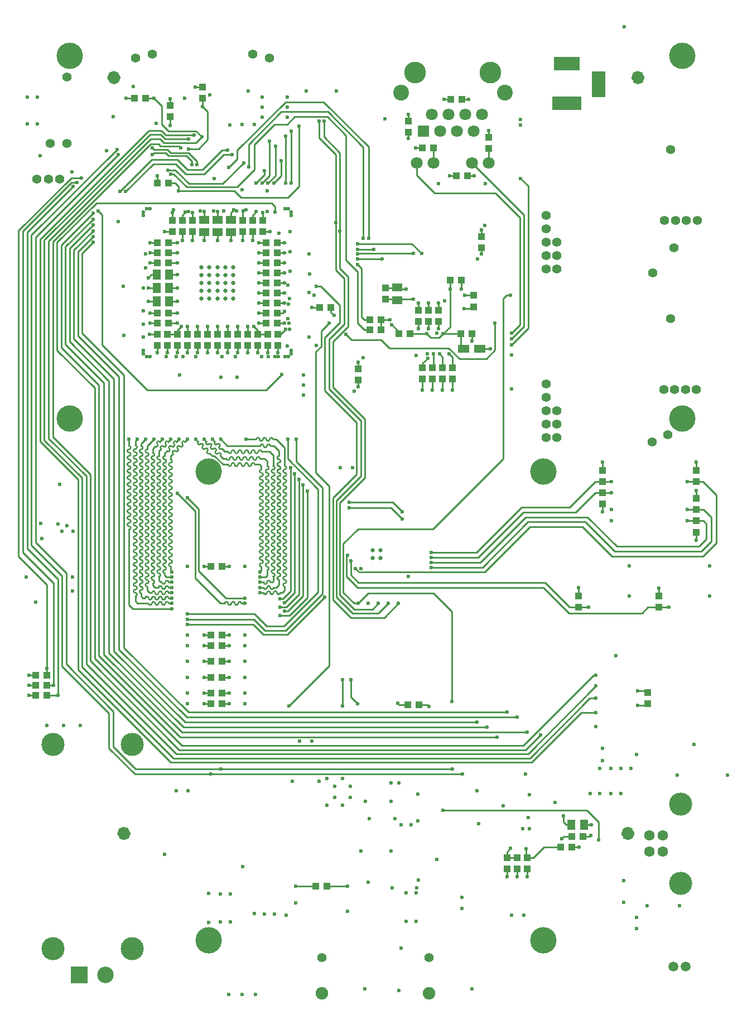
<source format=gbl>
%FSLAX42Y42*%
%MOMM*%
G71*
G01*
G75*
G04 Layer_Physical_Order=4*
G04 Layer_Color=16711680*
%ADD10C,1.00*%
%ADD11C,0.25*%
%ADD12R,1.00X1.10*%
%ADD13R,0.60X2.20*%
%ADD14R,1.10X1.00*%
%ADD15C,0.90*%
%ADD16R,2.00X1.80*%
%ADD17R,4.10X4.10*%
%ADD18R,1.55X1.30*%
%ADD19R,1.50X2.15*%
%ADD20R,2.30X2.30*%
%ADD21R,0.25X1.00*%
%ADD22R,1.00X0.25*%
%ADD23R,2.20X0.60*%
%ADD24R,0.30X1.75*%
%ADD25R,1.75X0.30*%
%ADD26R,6.20X6.20*%
%ADD27R,1.35X0.60*%
%ADD28R,1.35X1.00*%
%ADD29R,1.40X0.60*%
%ADD30R,1.50X0.60*%
%ADD31R,1.85X0.35*%
%ADD32R,0.35X1.55*%
%ADD33R,1.80X0.30*%
%ADD34R,0.30X1.80*%
%ADD35R,2.03X0.66*%
%ADD36R,2.75X1.00*%
%ADD37R,1.02X1.91*%
%ADD38R,2.45X2.40*%
%ADD39R,1.80X2.40*%
%ADD40R,1.70X0.50*%
%ADD41R,2.79X3.81*%
%ADD42R,4.60X1.80*%
%ADD43R,1.80X1.60*%
%ADD44R,2.55X2.45*%
%ADD45R,1.50X1.30*%
%ADD46R,1.80X3.20*%
%ADD47R,3.30X2.20*%
%ADD48R,0.65X2.20*%
%ADD49R,5.50X1.50*%
%ADD50R,1.80X2.00*%
%ADD51R,1.30X1.50*%
%ADD52R,0.70X0.90*%
%ADD53R,0.90X0.70*%
%ADD54R,1.00X1.40*%
%ADD55R,1.30X1.55*%
%ADD56R,0.60X1.40*%
%ADD57R,2.50X1.30*%
%ADD58R,1.00X1.70*%
%ADD59R,1.70X1.30*%
%ADD60R,1.20X0.80*%
%ADD61C,0.51*%
%ADD62C,0.64*%
%ADD63C,1.02*%
%ADD64C,2.50*%
%ADD65R,2.50X2.50*%
%ADD66C,3.30*%
%ADD67C,1.80*%
%ADD68R,1.80X1.80*%
%ADD69R,4.00X2.00*%
%ADD70R,2.00X4.00*%
%ADD71R,4.50X2.00*%
%ADD72C,3.50*%
%ADD73C,1.60*%
%ADD74C,1.90*%
%ADD75C,1.40*%
%ADD76C,2.40*%
%ADD77C,1.52*%
%ADD78C,0.60*%
%ADD79C,0.66*%
%ADD80C,4.00*%
%ADD81C,0.76*%
%ADD82C,2.52*%
%ADD83C,4.32*%
%ADD84C,2.12*%
%ADD85O,4.52X2.02*%
%ADD86C,2.02*%
%ADD87C,2.92*%
%ADD88C,2.42*%
%ADD89C,1.92*%
%ADD90C,1.32*%
%ADD91C,1.82*%
%ADD92C,3.52*%
%ADD93C,3.32*%
%ADD94O,4.02X2.02*%
%ADD95O,2.02X4.02*%
%ADD96C,2.73*%
%ADD97C,1.35*%
%ADD98R,1.80X1.25*%
D10*
X9374Y2654D02*
G03*
X9374Y2654I-50J0D01*
G01*
X9526Y14122D02*
G03*
X9526Y14122I-50J0D01*
G01*
X1726Y2654D02*
G03*
X1726Y2654I-50J0D01*
G01*
X1574Y14122D02*
G03*
X1574Y14122I-50J0D01*
G01*
D11*
X4117Y7975D02*
G03*
X4117Y8026I0J25D01*
G01*
Y7874D02*
G03*
X4117Y7924I0J25D01*
G01*
Y8178D02*
G03*
X4117Y8229I0J25D01*
G01*
Y8077D02*
G03*
X4117Y8128I0J25D01*
G01*
Y7467D02*
G03*
X4117Y7518I0J25D01*
G01*
Y7365D02*
G03*
X4117Y7416I0J25D01*
G01*
Y7772D02*
G03*
X4117Y7823I0J25D01*
G01*
Y7670D02*
G03*
X4117Y7721I0J25D01*
G01*
Y8178D02*
G03*
X4117Y8128I0J-25D01*
G01*
Y8077D02*
G03*
X4117Y8026I0J-25D01*
G01*
Y7975D02*
G03*
X4117Y7924I0J-25D01*
G01*
Y7569D02*
G03*
X4117Y7619I0J25D01*
G01*
Y7569D02*
G03*
X4117Y7518I0J-25D01*
G01*
Y7467D02*
G03*
X4117Y7416I0J-25D01*
G01*
Y7365D02*
G03*
X4117Y7315I0J-25D01*
G01*
Y7061D02*
G03*
X4117Y7111I0J25D01*
G01*
Y6959D02*
G03*
X4117Y7010I0J25D01*
G01*
Y7264D02*
G03*
X4117Y7315I0J25D01*
G01*
Y7162D02*
G03*
X4117Y7213I0J25D01*
G01*
Y6654D02*
G03*
X4117Y6705I0J25D01*
G01*
Y6451D02*
G03*
X4117Y6502I0J25D01*
G01*
Y6857D02*
G03*
X4117Y6908I0J25D01*
G01*
Y6756D02*
G03*
X4117Y6807I0J25D01*
G01*
Y6959D02*
G03*
X4117Y6908I0J-25D01*
G01*
Y6756D02*
G03*
X4117Y6705I0J-25D01*
G01*
Y7264D02*
G03*
X4117Y7213I0J-25D01*
G01*
Y7061D02*
G03*
X4117Y7010I0J-25D01*
G01*
Y6553D02*
G03*
X4117Y6604I0J25D01*
G01*
Y6654D02*
G03*
X4117Y6604I0J-25D01*
G01*
X3837Y8634D02*
G03*
X3787Y8634I-25J0D01*
G01*
X3939D02*
G03*
X3888Y8634I-25J0D01*
G01*
X4117Y7772D02*
G03*
X4117Y7721I0J-25D01*
G01*
Y7670D02*
G03*
X4117Y7619I0J-25D01*
G01*
X3837Y8634D02*
G03*
X3888Y8634I25J0D01*
G01*
X4117Y7874D02*
G03*
X4117Y7823I0J-25D01*
G01*
X3736Y8634D02*
G03*
X3685Y8634I-25J0D01*
G01*
X3736D02*
G03*
X3787Y8634I25J0D01*
G01*
X4117Y6553D02*
G03*
X4117Y6502I0J-25D01*
G01*
Y6451D02*
G03*
X4117Y6400I0J-25D01*
G01*
Y7162D02*
G03*
X4117Y7111I0J-25D01*
G01*
Y6857D02*
G03*
X4117Y6807I0J-25D01*
G01*
X3999Y6305D02*
G03*
X3948Y6305I-25J0D01*
G01*
X3999D02*
G03*
X4050Y6305I25J0D01*
G01*
X3897D02*
G03*
X3847Y6305I-25J0D01*
G01*
X3897D02*
G03*
X3948Y6305I25J0D01*
G01*
X3796D02*
G03*
X3847Y6305I25J0D01*
G01*
X4028Y8076D02*
G03*
X4028Y8127I0J25D01*
G01*
Y7974D02*
G03*
X4028Y8025I0J25D01*
G01*
Y8279D02*
G03*
X4028Y8330I0J25D01*
G01*
Y8177D02*
G03*
X4028Y8228I0J25D01*
G01*
Y7466D02*
G03*
X4028Y7517I0J25D01*
G01*
Y7365D02*
G03*
X4028Y7415I0J25D01*
G01*
Y7873D02*
G03*
X4028Y7923I0J25D01*
G01*
Y7568D02*
G03*
X4028Y7619I0J25D01*
G01*
Y8381D02*
G03*
X4028Y8330I0J-25D01*
G01*
Y8076D02*
G03*
X4028Y8025I0J-25D01*
G01*
Y7974D02*
G03*
X4028Y7923I0J-25D01*
G01*
Y7771D02*
G03*
X4028Y7822I0J25D01*
G01*
Y7669D02*
G03*
X4028Y7720I0J25D01*
G01*
Y7873D02*
G03*
X4028Y7822I0J-25D01*
G01*
Y7060D02*
G03*
X4028Y7111I0J25D01*
G01*
Y6958D02*
G03*
X4028Y7009I0J25D01*
G01*
Y7263D02*
G03*
X4028Y7314I0J25D01*
G01*
Y7161D02*
G03*
X4028Y7212I0J25D01*
G01*
Y6653D02*
G03*
X4028Y6704I0J25D01*
G01*
Y6552D02*
G03*
X4028Y6603I0J25D01*
G01*
Y6857D02*
G03*
X4028Y6907I0J25D01*
G01*
Y6755D02*
G03*
X4028Y6806I0J25D01*
G01*
Y7060D02*
G03*
X4028Y7009I0J-25D01*
G01*
Y6958D02*
G03*
X4028Y6907I0J-25D01*
G01*
Y7263D02*
G03*
X4028Y7212I0J-25D01*
G01*
Y7161D02*
G03*
X4028Y7111I0J-25D01*
G01*
Y6755D02*
G03*
X4028Y6704I0J-25D01*
G01*
Y6857D02*
G03*
X4028Y6806I0J-25D01*
G01*
X3797Y8534D02*
G03*
X3747Y8534I-25J0D01*
G01*
X3899D02*
G03*
X3848Y8534I-25J0D01*
G01*
X4028Y8177D02*
G03*
X4028Y8127I0J-25D01*
G01*
Y7771D02*
G03*
X4028Y7720I0J-25D01*
G01*
X3797Y8534D02*
G03*
X3848Y8534I25J0D01*
G01*
X4028Y8279D02*
G03*
X4028Y8228I0J-25D01*
G01*
Y7466D02*
G03*
X4028Y7415I0J-25D01*
G01*
Y7365D02*
G03*
X4028Y7314I0J-25D01*
G01*
Y7669D02*
G03*
X4028Y7619I0J-25D01*
G01*
Y7568D02*
G03*
X4028Y7517I0J-25D01*
G01*
Y6653D02*
G03*
X4028Y6603I0J-25D01*
G01*
Y6552D02*
G03*
X4028Y6501I0J-25D01*
G01*
X3897Y6385D02*
G03*
X3847Y6385I-25J0D01*
G01*
X3897D02*
G03*
X3948Y6385I25J0D01*
G01*
X3796D02*
G03*
X3847Y6385I25J0D01*
G01*
X3940Y7973D02*
G03*
X3940Y8024I0J25D01*
G01*
Y7872D02*
G03*
X3940Y7922I0J25D01*
G01*
Y8176D02*
G03*
X3940Y8227I0J25D01*
G01*
Y8075D02*
G03*
X3940Y8126I0J25D01*
G01*
Y7465D02*
G03*
X3940Y7516I0J25D01*
G01*
Y7364D02*
G03*
X3940Y7414I0J25D01*
G01*
Y7770D02*
G03*
X3940Y7821I0J25D01*
G01*
Y7668D02*
G03*
X3940Y7719I0J25D01*
G01*
Y8075D02*
G03*
X3940Y8024I0J-25D01*
G01*
Y7973D02*
G03*
X3940Y7922I0J-25D01*
G01*
Y7770D02*
G03*
X3940Y7719I0J-25D01*
G01*
Y7668D02*
G03*
X3940Y7618I0J-25D01*
G01*
Y7567D02*
G03*
X3940Y7618I0J25D01*
G01*
Y7567D02*
G03*
X3940Y7516I0J-25D01*
G01*
Y7465D02*
G03*
X3940Y7414I0J-25D01*
G01*
Y7059D02*
G03*
X3940Y7110I0J25D01*
G01*
Y6957D02*
G03*
X3940Y7008I0J25D01*
G01*
Y7262D02*
G03*
X3940Y7313I0J25D01*
G01*
Y7160D02*
G03*
X3940Y7211I0J25D01*
G01*
Y6652D02*
G03*
X3940Y6703I0J25D01*
G01*
Y6551D02*
G03*
X3940Y6602I0J25D01*
G01*
Y6856D02*
G03*
X3940Y6906I0J25D01*
G01*
Y6754D02*
G03*
X3940Y6805I0J25D01*
G01*
Y7160D02*
G03*
X3940Y7110I0J-25D01*
G01*
Y7059D02*
G03*
X3940Y7008I0J-25D01*
G01*
Y7364D02*
G03*
X3940Y7313I0J-25D01*
G01*
Y7262D02*
G03*
X3940Y7211I0J-25D01*
G01*
Y6957D02*
G03*
X3940Y6906I0J-25D01*
G01*
Y6754D02*
G03*
X3940Y6703I0J-25D01*
G01*
X3664Y8446D02*
G03*
X3613Y8446I-25J0D01*
G01*
X3765D02*
G03*
X3715Y8446I-25J0D01*
G01*
X3359D02*
G03*
X3308Y8446I-25J0D01*
G01*
X3562D02*
G03*
X3511Y8446I-25J0D01*
G01*
X3664D02*
G03*
X3715Y8446I25J0D01*
G01*
X3461D02*
G03*
X3410Y8446I-25J0D01*
G01*
X3126Y8527D02*
G03*
X3161Y8491I18J-18D01*
G01*
X3054Y8598D02*
G03*
X3090Y8562I18J-18D01*
G01*
X3126Y8527D02*
G03*
X3090Y8562I-18J18D01*
G01*
X3940Y7872D02*
G03*
X3940Y7821I0J-25D01*
G01*
Y6856D02*
G03*
X3940Y6805I0J-25D01*
G01*
Y8176D02*
G03*
X3940Y8126I0J-25D01*
G01*
Y6652D02*
G03*
X3940Y6602I0J-25D01*
G01*
X3897Y6465D02*
G03*
X3847Y6465I-25J0D01*
G01*
X3796D02*
G03*
X3847Y6465I25J0D01*
G01*
X3461Y8446D02*
G03*
X3511Y8446I25J0D01*
G01*
X3562D02*
G03*
X3613Y8446I25J0D01*
G01*
X3257D02*
G03*
X3308Y8446I25J0D01*
G01*
X3359D02*
G03*
X3410Y8446I25J0D01*
G01*
X3851Y7972D02*
G03*
X3851Y8023I0J25D01*
G01*
Y7871D02*
G03*
X3851Y7922I0J25D01*
G01*
Y8176D02*
G03*
X3851Y8226I0J25D01*
G01*
Y8074D02*
G03*
X3851Y8125I0J25D01*
G01*
Y7566D02*
G03*
X3851Y7617I0J25D01*
G01*
Y7464D02*
G03*
X3851Y7515I0J25D01*
G01*
Y7769D02*
G03*
X3851Y7820I0J25D01*
G01*
Y7668D02*
G03*
X3851Y7718I0J25D01*
G01*
Y8176D02*
G03*
X3851Y8125I0J-25D01*
G01*
Y8074D02*
G03*
X3851Y8023I0J-25D01*
G01*
Y7972D02*
G03*
X3851Y7922I0J-25D01*
G01*
Y7464D02*
G03*
X3851Y7414I0J-25D01*
G01*
Y7363D02*
G03*
X3851Y7414I0J25D01*
G01*
Y7769D02*
G03*
X3851Y7718I0J-25D01*
G01*
Y7668D02*
G03*
X3851Y7617I0J-25D01*
G01*
Y7058D02*
G03*
X3851Y7109I0J25D01*
G01*
Y6956D02*
G03*
X3851Y7007I0J25D01*
G01*
Y7261D02*
G03*
X3851Y7312I0J25D01*
G01*
Y7160D02*
G03*
X3851Y7210I0J25D01*
G01*
Y6652D02*
G03*
X3851Y6702I0J25D01*
G01*
Y6855D02*
G03*
X3851Y6906I0J25D01*
G01*
Y6753D02*
G03*
X3851Y6804I0J25D01*
G01*
Y7160D02*
G03*
X3851Y7109I0J-25D01*
G01*
Y7058D02*
G03*
X3851Y7007I0J-25D01*
G01*
Y7363D02*
G03*
X3851Y7312I0J-25D01*
G01*
Y7261D02*
G03*
X3851Y7210I0J-25D01*
G01*
Y6855D02*
G03*
X3851Y6804I0J-25D01*
G01*
Y6956D02*
G03*
X3851Y6906I0J-25D01*
G01*
X3638Y8344D02*
G03*
X3588Y8344I-25J0D01*
G01*
X3740D02*
G03*
X3689Y8344I-25J0D01*
G01*
X3070Y8455D02*
G03*
X3106Y8419I18J-18D01*
G01*
X3142Y8383D02*
G03*
X3106Y8419I-18J18D01*
G01*
X3537Y8344D02*
G03*
X3486Y8344I-25J0D01*
G01*
X3435D02*
G03*
X3384Y8344I-25J0D01*
G01*
X2999Y8527D02*
G03*
X3034Y8491I18J-18D01*
G01*
X2927Y8598D02*
G03*
X2963Y8562I18J-18D01*
G01*
X2999Y8527D02*
G03*
X2963Y8562I-18J18D01*
G01*
X3851Y7566D02*
G03*
X3851Y7515I0J-25D01*
G01*
Y6753D02*
G03*
X3851Y6702I0J-25D01*
G01*
Y7871D02*
G03*
X3851Y7820I0J-25D01*
G01*
X3537Y8344D02*
G03*
X3588Y8344I25J0D01*
G01*
X3638D02*
G03*
X3689Y8344I25J0D01*
G01*
X3334D02*
G03*
X3283Y8344I-25J0D01*
G01*
X3334D02*
G03*
X3384Y8344I25J0D01*
G01*
X3435D02*
G03*
X3486Y8344I25J0D01*
G01*
X3232D02*
G03*
X3283Y8344I25J0D01*
G01*
X3070Y8455D02*
G03*
X3034Y8491I-18J18D01*
G01*
X3357Y8251D02*
G03*
X3408Y8251I25J0D01*
G01*
X3256D02*
G03*
X3306Y8251I25J0D01*
G01*
X3357D02*
G03*
X3306Y8251I-25J0D01*
G01*
X3560D02*
G03*
X3611Y8251I25J0D01*
G01*
X3459D02*
G03*
X3510Y8251I25J0D01*
G01*
X3762Y8175D02*
G03*
X3762Y8124I0J-25D01*
G01*
Y7971D02*
G03*
X3762Y7921I0J-25D01*
G01*
Y8073D02*
G03*
X3762Y8022I0J-25D01*
G01*
X2800Y8598D02*
G03*
X2836Y8562I18J-18D01*
G01*
X2872Y8527D02*
G03*
X2907Y8491I18J-18D01*
G01*
X2872Y8527D02*
G03*
X2836Y8562I-18J18D01*
G01*
X3459Y8251D02*
G03*
X3408Y8251I-25J0D01*
G01*
X3662D02*
G03*
X3611Y8251I-25J0D01*
G01*
X3560D02*
G03*
X3510Y8251I-25J0D01*
G01*
X2943Y8455D02*
G03*
X2979Y8419I18J-18D01*
G01*
X3762Y6854D02*
G03*
X3762Y6803I0J-25D01*
G01*
Y6752D02*
G03*
X3762Y6701I0J-25D01*
G01*
Y7159D02*
G03*
X3762Y7108I0J-25D01*
G01*
Y7362D02*
G03*
X3762Y7311I0J-25D01*
G01*
Y6955D02*
G03*
X3762Y6905I0J-25D01*
G01*
Y7057D02*
G03*
X3762Y7006I0J-25D01*
G01*
Y6854D02*
G03*
X3762Y6905I0J25D01*
G01*
Y6955D02*
G03*
X3762Y7006I0J25D01*
G01*
Y6752D02*
G03*
X3762Y6803I0J25D01*
G01*
Y7057D02*
G03*
X3762Y7108I0J25D01*
G01*
Y7260D02*
G03*
X3762Y7209I0J-25D01*
G01*
Y7159D02*
G03*
X3762Y7209I0J25D01*
G01*
Y7260D02*
G03*
X3762Y7311I0J25D01*
G01*
Y7667D02*
G03*
X3762Y7616I0J-25D01*
G01*
Y7463D02*
G03*
X3762Y7413I0J-25D01*
G01*
Y7565D02*
G03*
X3762Y7514I0J-25D01*
G01*
Y7768D02*
G03*
X3762Y7717I0J-25D01*
G01*
Y7870D02*
G03*
X3762Y7819I0J-25D01*
G01*
Y7565D02*
G03*
X3762Y7616I0J25D01*
G01*
Y7667D02*
G03*
X3762Y7717I0J25D01*
G01*
Y7362D02*
G03*
X3762Y7413I0J25D01*
G01*
Y7463D02*
G03*
X3762Y7514I0J25D01*
G01*
Y7971D02*
G03*
X3762Y8022I0J25D01*
G01*
Y8073D02*
G03*
X3762Y8124I0J25D01*
G01*
Y7768D02*
G03*
X3762Y7819I0J25D01*
G01*
Y7870D02*
G03*
X3762Y7921I0J25D01*
G01*
X2943Y8455D02*
G03*
X2907Y8491I-18J18D01*
G01*
X2347Y8598D02*
G03*
X2311Y8562I-18J-18D01*
G01*
X2275Y8527D02*
G03*
X2311Y8562I18J18D01*
G01*
X2275Y8527D02*
G03*
X2239Y8491I-18J-18D01*
G01*
X2205Y8279D02*
G03*
X2205Y8329I0J25D01*
G01*
Y7974D02*
G03*
X2205Y8025I0J25D01*
G01*
Y7568D02*
G03*
X2205Y7618I0J25D01*
G01*
Y7364D02*
G03*
X2205Y7415I0J25D01*
G01*
Y7669D02*
G03*
X2205Y7720I0J25D01*
G01*
X2355Y6465D02*
G03*
X2304Y6465I-25J0D01*
G01*
X2253D02*
G03*
X2304Y6465I25J0D01*
G01*
X2205Y7060D02*
G03*
X2205Y7110I0J25D01*
G01*
Y6958D02*
G03*
X2205Y7009I0J25D01*
G01*
Y7263D02*
G03*
X2205Y7314I0J25D01*
G01*
Y6551D02*
G03*
X2205Y6602I0J25D01*
G01*
Y8177D02*
G03*
X2205Y8228I0J25D01*
G01*
Y8075D02*
G03*
X2205Y8126I0J25D01*
G01*
Y8380D02*
G03*
X2205Y8329I0J-25D01*
G01*
Y8279D02*
G03*
X2205Y8228I0J-25D01*
G01*
Y7771D02*
G03*
X2205Y7821I0J25D01*
G01*
Y7466D02*
G03*
X2205Y7517I0J25D01*
G01*
Y7872D02*
G03*
X2205Y7923I0J25D01*
G01*
Y7974D02*
G03*
X2205Y7923I0J-25D01*
G01*
Y7872D02*
G03*
X2205Y7821I0J-25D01*
G01*
Y8177D02*
G03*
X2205Y8126I0J-25D01*
G01*
Y8075D02*
G03*
X2205Y8025I0J-25D01*
G01*
Y7669D02*
G03*
X2205Y7618I0J-25D01*
G01*
Y7568D02*
G03*
X2205Y7517I0J-25D01*
G01*
Y7771D02*
G03*
X2205Y7720I0J-25D01*
G01*
Y7466D02*
G03*
X2205Y7415I0J-25D01*
G01*
Y7161D02*
G03*
X2205Y7212I0J25D01*
G01*
Y7364D02*
G03*
X2205Y7314I0J-25D01*
G01*
Y7161D02*
G03*
X2205Y7110I0J-25D01*
G01*
Y6755D02*
G03*
X2205Y6806I0J25D01*
G01*
Y6653D02*
G03*
X2205Y6704I0J25D01*
G01*
Y6856D02*
G03*
X2205Y6907I0J25D01*
G01*
Y7060D02*
G03*
X2205Y7009I0J-25D01*
G01*
Y6958D02*
G03*
X2205Y6907I0J-25D01*
G01*
Y7263D02*
G03*
X2205Y7212I0J-25D01*
G01*
Y6755D02*
G03*
X2205Y6704I0J-25D01*
G01*
Y6653D02*
G03*
X2205Y6602I0J-25D01*
G01*
Y6856D02*
G03*
X2205Y6806I0J-25D01*
G01*
X2220Y8598D02*
G03*
X2184Y8562I-18J-18D01*
G01*
X2148Y8527D02*
G03*
X2184Y8562I18J18D01*
G01*
X2116Y7872D02*
G03*
X2116Y7923I0J25D01*
G01*
Y7263D02*
G03*
X2116Y7314I0J25D01*
G01*
Y7568D02*
G03*
X2116Y7618I0J25D01*
G01*
Y7466D02*
G03*
X2116Y7517I0J25D01*
G01*
Y7771D02*
G03*
X2116Y7821I0J25D01*
G01*
Y7161D02*
G03*
X2116Y7212I0J25D01*
G01*
Y7060D02*
G03*
X2116Y7110I0J25D01*
G01*
Y7364D02*
G03*
X2116Y7415I0J25D01*
G01*
X2253Y6385D02*
G03*
X2202Y6385I-25J0D01*
G01*
X2355D02*
G03*
X2304Y6385I-25J0D01*
G01*
X2253D02*
G03*
X2304Y6385I25J0D01*
G01*
X2116Y6755D02*
G03*
X2116Y6806I0J25D01*
G01*
Y6653D02*
G03*
X2116Y6704I0J25D01*
G01*
Y6958D02*
G03*
X2116Y7009I0J25D01*
G01*
Y6856D02*
G03*
X2116Y6907I0J25D01*
G01*
Y6551D02*
G03*
X2116Y6602I0J25D01*
G01*
Y8279D02*
G03*
X2116Y8329I0J25D01*
G01*
Y8177D02*
G03*
X2116Y8228I0J25D01*
G01*
Y8380D02*
G03*
X2116Y8431I0J25D01*
G01*
Y7974D02*
G03*
X2116Y8025I0J25D01*
G01*
Y7669D02*
G03*
X2116Y7720I0J25D01*
G01*
Y8075D02*
G03*
X2116Y8126I0J25D01*
G01*
Y8177D02*
G03*
X2116Y8126I0J-25D01*
G01*
Y8075D02*
G03*
X2116Y8025I0J-25D01*
G01*
Y8380D02*
G03*
X2116Y8329I0J-25D01*
G01*
Y8279D02*
G03*
X2116Y8228I0J-25D01*
G01*
Y7872D02*
G03*
X2116Y7821I0J-25D01*
G01*
Y7771D02*
G03*
X2116Y7720I0J-25D01*
G01*
Y7974D02*
G03*
X2116Y7923I0J-25D01*
G01*
Y7466D02*
G03*
X2116Y7415I0J-25D01*
G01*
Y7364D02*
G03*
X2116Y7314I0J-25D01*
G01*
Y7669D02*
G03*
X2116Y7618I0J-25D01*
G01*
Y7568D02*
G03*
X2116Y7517I0J-25D01*
G01*
Y7161D02*
G03*
X2116Y7110I0J-25D01*
G01*
Y6450D02*
G03*
X2116Y6501I0J25D01*
G01*
Y7263D02*
G03*
X2116Y7212I0J-25D01*
G01*
Y6856D02*
G03*
X2116Y6806I0J-25D01*
G01*
Y6755D02*
G03*
X2116Y6704I0J-25D01*
G01*
Y7060D02*
G03*
X2116Y7009I0J-25D01*
G01*
Y6958D02*
G03*
X2116Y6907I0J-25D01*
G01*
Y6551D02*
G03*
X2116Y6501I0J-25D01*
G01*
Y6653D02*
G03*
X2116Y6602I0J-25D01*
G01*
X2474Y8598D02*
G03*
X2438Y8562I-18J-18D01*
G01*
X2402Y8527D02*
G03*
X2438Y8562I18J18D01*
G01*
X2402Y8527D02*
G03*
X2366Y8491I-18J-18D01*
G01*
X2330Y8455D02*
G03*
X2366Y8491I18J18D01*
G01*
X2294Y8075D02*
G03*
X2294Y8126I0J25D01*
G01*
Y7872D02*
G03*
X2294Y7923I0J25D01*
G01*
Y7771D02*
G03*
X2294Y7821I0J25D01*
G01*
Y7974D02*
G03*
X2294Y8025I0J25D01*
G01*
Y7161D02*
G03*
X2294Y7212I0J25D01*
G01*
Y7060D02*
G03*
X2294Y7110I0J25D01*
G01*
Y7263D02*
G03*
X2294Y7314I0J25D01*
G01*
Y6958D02*
G03*
X2294Y7009I0J25D01*
G01*
Y7466D02*
G03*
X2294Y7517I0J25D01*
G01*
Y6755D02*
G03*
X2294Y6806I0J25D01*
G01*
Y6856D02*
G03*
X2294Y6907I0J25D01*
G01*
Y8279D02*
G03*
X2294Y8329I0J25D01*
G01*
Y8380D02*
G03*
X2294Y8329I0J-25D01*
G01*
Y8279D02*
G03*
X2294Y8228I0J-25D01*
G01*
Y7669D02*
G03*
X2294Y7720I0J25D01*
G01*
Y7568D02*
G03*
X2294Y7618I0J25D01*
G01*
Y8177D02*
G03*
X2294Y8228I0J25D01*
G01*
Y8075D02*
G03*
X2294Y8025I0J-25D01*
G01*
Y7974D02*
G03*
X2294Y7923I0J-25D01*
G01*
Y8177D02*
G03*
X2294Y8126I0J-25D01*
G01*
Y7771D02*
G03*
X2294Y7720I0J-25D01*
G01*
Y7669D02*
G03*
X2294Y7618I0J-25D01*
G01*
Y7872D02*
G03*
X2294Y7821I0J-25D01*
G01*
Y7466D02*
G03*
X2294Y7415I0J-25D01*
G01*
Y7364D02*
G03*
X2294Y7415I0J25D01*
G01*
Y7568D02*
G03*
X2294Y7517I0J-25D01*
G01*
Y7263D02*
G03*
X2294Y7212I0J-25D01*
G01*
Y6653D02*
G03*
X2294Y6704I0J25D01*
G01*
Y7364D02*
G03*
X2294Y7314I0J-25D01*
G01*
Y7060D02*
G03*
X2294Y7009I0J-25D01*
G01*
Y6958D02*
G03*
X2294Y6907I0J-25D01*
G01*
Y7161D02*
G03*
X2294Y7110I0J-25D01*
G01*
Y6755D02*
G03*
X2294Y6704I0J-25D01*
G01*
Y6653D02*
G03*
X2294Y6602I0J-25D01*
G01*
Y6856D02*
G03*
X2294Y6806I0J-25D01*
G01*
X2601Y8598D02*
G03*
X2565Y8562I-18J-18D01*
G01*
X2529Y8527D02*
G03*
X2565Y8562I18J18D01*
G01*
X2529Y8527D02*
G03*
X2493Y8491I-18J-18D01*
G01*
X2457Y8455D02*
G03*
X2421Y8419I-18J-18D01*
G01*
X2383Y8279D02*
G03*
X2383Y8329I0J25D01*
G01*
Y7364D02*
G03*
X2383Y7415I0J25D01*
G01*
Y7263D02*
G03*
X2383Y7314I0J25D01*
G01*
Y7466D02*
G03*
X2383Y7517I0J25D01*
G01*
Y7161D02*
G03*
X2383Y7212I0J25D01*
G01*
Y8075D02*
G03*
X2383Y8126I0J25D01*
G01*
Y7974D02*
G03*
X2383Y8025I0J25D01*
G01*
Y8177D02*
G03*
X2383Y8228I0J25D01*
G01*
Y7771D02*
G03*
X2383Y7821I0J25D01*
G01*
Y7669D02*
G03*
X2383Y7720I0J25D01*
G01*
Y7872D02*
G03*
X2383Y7923I0J25D01*
G01*
Y8177D02*
G03*
X2383Y8126I0J-25D01*
G01*
Y8075D02*
G03*
X2383Y8025I0J-25D01*
G01*
Y8279D02*
G03*
X2383Y8228I0J-25D01*
G01*
Y7872D02*
G03*
X2383Y7821I0J-25D01*
G01*
Y7568D02*
G03*
X2383Y7618I0J25D01*
G01*
Y7974D02*
G03*
X2383Y7923I0J-25D01*
G01*
Y7669D02*
G03*
X2383Y7618I0J-25D01*
G01*
Y7568D02*
G03*
X2383Y7517I0J-25D01*
G01*
Y7771D02*
G03*
X2383Y7720I0J-25D01*
G01*
Y7364D02*
G03*
X2383Y7314I0J-25D01*
G01*
Y7263D02*
G03*
X2383Y7212I0J-25D01*
G01*
Y7466D02*
G03*
X2383Y7415I0J-25D01*
G01*
Y6958D02*
G03*
X2383Y7009I0J25D01*
G01*
Y6856D02*
G03*
X2383Y6907I0J25D01*
G01*
Y7060D02*
G03*
X2383Y7110I0J25D01*
G01*
Y6755D02*
G03*
X2383Y6806I0J25D01*
G01*
Y7060D02*
G03*
X2383Y7009I0J-25D01*
G01*
Y6958D02*
G03*
X2383Y6907I0J-25D01*
G01*
Y7161D02*
G03*
X2383Y7110I0J-25D01*
G01*
Y6755D02*
G03*
X2383Y6704I0J-25D01*
G01*
Y6856D02*
G03*
X2383Y6806I0J-25D01*
G01*
X2457Y8455D02*
G03*
X2493Y8491I18J18D01*
G01*
X3460Y6145D02*
G03*
X3409Y6145I-25J0D01*
G01*
X3256D02*
G03*
X3206Y6145I-25J0D01*
G01*
X3358D02*
G03*
X3307Y6145I-25J0D01*
G01*
X3358D02*
G03*
X3409Y6145I25J0D01*
G01*
X3256D02*
G03*
X3307Y6145I25J0D01*
G01*
X1754Y8179D02*
G03*
X1754Y8229I0J25D01*
G01*
Y8382D02*
G03*
X1754Y8433I0J25D01*
G01*
Y7975D02*
G03*
X1754Y8026I0J25D01*
G01*
Y8077D02*
G03*
X1754Y8128I0J25D01*
G01*
Y8483D02*
G03*
X1754Y8534I0J25D01*
G01*
Y7874D02*
G03*
X1754Y7925I0J25D01*
G01*
Y8280D02*
G03*
X1754Y8331I0J25D01*
G01*
Y8382D02*
G03*
X1754Y8331I0J-25D01*
G01*
Y8483D02*
G03*
X1754Y8433I0J-25D01*
G01*
Y7874D02*
G03*
X1754Y7823I0J-25D01*
G01*
Y7975D02*
G03*
X1754Y7925I0J-25D01*
G01*
Y7772D02*
G03*
X1754Y7823I0J25D01*
G01*
Y8179D02*
G03*
X1754Y8128I0J-25D01*
G01*
Y8280D02*
G03*
X1754Y8229I0J-25D01*
G01*
Y8077D02*
G03*
X1754Y8026I0J-25D01*
G01*
X1938Y8279D02*
G03*
X1938Y8329I0J25D01*
G01*
Y7263D02*
G03*
X1938Y7314I0J25D01*
G01*
Y8482D02*
G03*
X1938Y8533I0J25D01*
G01*
Y8380D02*
G03*
X1938Y8431I0J25D01*
G01*
Y7060D02*
G03*
X1938Y7110I0J25D01*
G01*
Y6958D02*
G03*
X1938Y7009I0J25D01*
G01*
Y7161D02*
G03*
X1938Y7212I0J25D01*
G01*
Y6653D02*
G03*
X1938Y6704I0J25D01*
G01*
Y6551D02*
G03*
X1938Y6602I0J25D01*
G01*
Y6856D02*
G03*
X1938Y6907I0J25D01*
G01*
Y6755D02*
G03*
X1938Y6806I0J25D01*
G01*
X2253Y6225D02*
G03*
X2202Y6225I-25J0D01*
G01*
X2355D02*
G03*
X2304Y6225I-25J0D01*
G01*
X2151D02*
G03*
X2202Y6225I25J0D01*
G01*
X2253D02*
G03*
X2304Y6225I25J0D01*
G01*
X1938Y6450D02*
G03*
X1938Y6501I0J25D01*
G01*
Y6348D02*
G03*
X1938Y6399I0J25D01*
G01*
X2151Y6225D02*
G03*
X2101Y6225I-25J0D01*
G01*
X2050D02*
G03*
X2101Y6225I25J0D01*
G01*
X2050D02*
G03*
X1999Y6225I-25J0D01*
G01*
X1938Y8075D02*
G03*
X1938Y8126I0J25D01*
G01*
Y7974D02*
G03*
X1938Y8025I0J25D01*
G01*
Y8482D02*
G03*
X1938Y8431I0J-25D01*
G01*
Y8177D02*
G03*
X1938Y8228I0J25D01*
G01*
Y7669D02*
G03*
X1938Y7720I0J25D01*
G01*
Y7568D02*
G03*
X1938Y7618I0J25D01*
G01*
Y7872D02*
G03*
X1938Y7923I0J25D01*
G01*
Y7771D02*
G03*
X1938Y7821I0J25D01*
G01*
Y8177D02*
G03*
X1938Y8126I0J-25D01*
G01*
Y8075D02*
G03*
X1938Y8025I0J-25D01*
G01*
Y8380D02*
G03*
X1938Y8329I0J-25D01*
G01*
Y8279D02*
G03*
X1938Y8228I0J-25D01*
G01*
Y7771D02*
G03*
X1938Y7720I0J-25D01*
G01*
Y7669D02*
G03*
X1938Y7618I0J-25D01*
G01*
Y7974D02*
G03*
X1938Y7923I0J-25D01*
G01*
Y7872D02*
G03*
X1938Y7821I0J-25D01*
G01*
Y7466D02*
G03*
X1938Y7517I0J25D01*
G01*
Y7364D02*
G03*
X1938Y7415I0J25D01*
G01*
Y7568D02*
G03*
X1938Y7517I0J-25D01*
G01*
Y7466D02*
G03*
X1938Y7415I0J-25D01*
G01*
Y7161D02*
G03*
X1938Y7110I0J-25D01*
G01*
Y7060D02*
G03*
X1938Y7009I0J-25D01*
G01*
Y7364D02*
G03*
X1938Y7314I0J-25D01*
G01*
Y7263D02*
G03*
X1938Y7212I0J-25D01*
G01*
Y6755D02*
G03*
X1938Y6704I0J-25D01*
G01*
Y6653D02*
G03*
X1938Y6602I0J-25D01*
G01*
Y6958D02*
G03*
X1938Y6907I0J-25D01*
G01*
Y6856D02*
G03*
X1938Y6806I0J-25D01*
G01*
Y6450D02*
G03*
X1938Y6399I0J-25D01*
G01*
Y6348D02*
G03*
X1938Y6297I0J-25D01*
G01*
Y6551D02*
G03*
X1938Y6501I0J-25D01*
G01*
X2027Y8380D02*
G03*
X2027Y8431I0J25D01*
G01*
Y7974D02*
G03*
X2027Y8025I0J25D01*
G01*
Y6653D02*
G03*
X2027Y6704I0J25D01*
G01*
Y8279D02*
G03*
X2027Y8329I0J25D01*
G01*
Y8177D02*
G03*
X2027Y8228I0J25D01*
G01*
Y7263D02*
G03*
X2027Y7314I0J25D01*
G01*
Y7161D02*
G03*
X2027Y7212I0J25D01*
G01*
Y7364D02*
G03*
X2027Y7415I0J25D01*
G01*
Y6856D02*
G03*
X2027Y6907I0J25D01*
G01*
Y6755D02*
G03*
X2027Y6806I0J25D01*
G01*
Y6958D02*
G03*
X2027Y7009I0J25D01*
G01*
X2253Y6305D02*
G03*
X2202Y6305I-25J0D01*
G01*
X2355D02*
G03*
X2304Y6305I-25J0D01*
G01*
X2253D02*
G03*
X2304Y6305I25J0D01*
G01*
X2027Y6551D02*
G03*
X2027Y6602I0J25D01*
G01*
Y6450D02*
G03*
X2027Y6501I0J25D01*
G01*
X2151Y6305D02*
G03*
X2101Y6305I-25J0D01*
G01*
X2151D02*
G03*
X2202Y6305I25J0D01*
G01*
X2027Y8075D02*
G03*
X2027Y8126I0J25D01*
G01*
Y8279D02*
G03*
X2027Y8228I0J-25D01*
G01*
Y8177D02*
G03*
X2027Y8126I0J-25D01*
G01*
Y7669D02*
G03*
X2027Y7720I0J25D01*
G01*
Y7568D02*
G03*
X2027Y7618I0J25D01*
G01*
Y7872D02*
G03*
X2027Y7923I0J25D01*
G01*
Y7771D02*
G03*
X2027Y7821I0J25D01*
G01*
Y8075D02*
G03*
X2027Y8025I0J-25D01*
G01*
Y7974D02*
G03*
X2027Y7923I0J-25D01*
G01*
Y8482D02*
G03*
X2027Y8431I0J-25D01*
G01*
Y8380D02*
G03*
X2027Y8329I0J-25D01*
G01*
Y7771D02*
G03*
X2027Y7720I0J-25D01*
G01*
Y7669D02*
G03*
X2027Y7618I0J-25D01*
G01*
Y7872D02*
G03*
X2027Y7821I0J-25D01*
G01*
Y7568D02*
G03*
X2027Y7517I0J-25D01*
G01*
Y7466D02*
G03*
X2027Y7517I0J25D01*
G01*
Y7364D02*
G03*
X2027Y7314I0J-25D01*
G01*
Y7263D02*
G03*
X2027Y7212I0J-25D01*
G01*
Y7161D02*
G03*
X2027Y7110I0J-25D01*
G01*
Y7060D02*
G03*
X2027Y7110I0J25D01*
G01*
Y6450D02*
G03*
X2027Y6399I0J-25D01*
G01*
Y6958D02*
G03*
X2027Y6907I0J-25D01*
G01*
Y6856D02*
G03*
X2027Y6806I0J-25D01*
G01*
Y7466D02*
G03*
X2027Y7415I0J-25D01*
G01*
Y7060D02*
G03*
X2027Y7009I0J-25D01*
G01*
Y6653D02*
G03*
X2027Y6602I0J-25D01*
G01*
Y6551D02*
G03*
X2027Y6501I0J-25D01*
G01*
Y6755D02*
G03*
X2027Y6704I0J-25D01*
G01*
X1849Y8285D02*
G03*
X1849Y8336I0J25D01*
G01*
Y8184D02*
G03*
X1849Y8234I0J25D01*
G01*
Y7879D02*
G03*
X1849Y7930I0J25D01*
G01*
Y7777D02*
G03*
X1849Y7828I0J25D01*
G01*
Y8082D02*
G03*
X1849Y8133I0J25D01*
G01*
Y7980D02*
G03*
X1849Y8031I0J25D01*
G01*
Y7574D02*
G03*
X1849Y7625I0J25D01*
G01*
Y7472D02*
G03*
X1849Y7523I0J25D01*
G01*
Y7676D02*
G03*
X1849Y7726I0J25D01*
G01*
Y6761D02*
G03*
X1849Y6812I0J25D01*
G01*
Y6660D02*
G03*
X1849Y6710I0J25D01*
G01*
Y7371D02*
G03*
X1849Y7422I0J25D01*
G01*
Y6863D02*
G03*
X1849Y6914I0J25D01*
G01*
X2253Y6145D02*
G03*
X2202Y6145I-25J0D01*
G01*
X2355D02*
G03*
X2304Y6145I-25J0D01*
G01*
X2151D02*
G03*
X2202Y6145I25J0D01*
G01*
X2253D02*
G03*
X2304Y6145I25J0D01*
G01*
X1849Y6558D02*
G03*
X1849Y6609I0J25D01*
G01*
Y6456D02*
G03*
X1849Y6507I0J25D01*
G01*
X2151Y6145D02*
G03*
X2101Y6145I-25J0D01*
G01*
X2050D02*
G03*
X2101Y6145I25J0D01*
G01*
X1849Y8488D02*
G03*
X1849Y8539I0J25D01*
G01*
Y8488D02*
G03*
X1849Y8438I0J-25D01*
G01*
Y8387D02*
G03*
X1849Y8438I0J25D01*
G01*
Y8387D02*
G03*
X1849Y8336I0J-25D01*
G01*
Y8285D02*
G03*
X1849Y8234I0J-25D01*
G01*
Y8184D02*
G03*
X1849Y8133I0J-25D01*
G01*
Y7879D02*
G03*
X1849Y7828I0J-25D01*
G01*
Y7777D02*
G03*
X1849Y7726I0J-25D01*
G01*
Y8082D02*
G03*
X1849Y8031I0J-25D01*
G01*
Y7980D02*
G03*
X1849Y7930I0J-25D01*
G01*
Y7472D02*
G03*
X1849Y7422I0J-25D01*
G01*
Y7371D02*
G03*
X1849Y7320I0J-25D01*
G01*
Y7676D02*
G03*
X1849Y7625I0J-25D01*
G01*
Y7574D02*
G03*
X1849Y7523I0J-25D01*
G01*
Y7269D02*
G03*
X1849Y7320I0J25D01*
G01*
Y7168D02*
G03*
X1849Y7218I0J25D01*
G01*
Y7269D02*
G03*
X1849Y7218I0J-25D01*
G01*
Y7066D02*
G03*
X1849Y7117I0J25D01*
G01*
Y6355D02*
G03*
X1849Y6406I0J25D01*
G01*
Y6253D02*
G03*
X1849Y6304I0J25D01*
G01*
Y7066D02*
G03*
X1849Y7015I0J-25D01*
G01*
Y6964D02*
G03*
X1849Y7015I0J25D01*
G01*
Y6863D02*
G03*
X1849Y6812I0J-25D01*
G01*
Y6761D02*
G03*
X1849Y6710I0J-25D01*
G01*
Y7168D02*
G03*
X1849Y7117I0J-25D01*
G01*
Y6964D02*
G03*
X1849Y6914I0J-25D01*
G01*
Y6456D02*
G03*
X1849Y6406I0J-25D01*
G01*
Y6355D02*
G03*
X1849Y6304I0J-25D01*
G01*
Y6660D02*
G03*
X1849Y6609I0J-25D01*
G01*
Y6558D02*
G03*
X1849Y6507I0J-25D01*
G01*
X1754Y7569D02*
G03*
X1754Y7518I0J-25D01*
G01*
Y7772D02*
G03*
X1754Y7721I0J-25D01*
G01*
Y7671D02*
G03*
X1754Y7620I0J-25D01*
G01*
Y7264D02*
G03*
X1754Y7315I0J25D01*
G01*
Y7467D02*
G03*
X1754Y7417I0J-25D01*
G01*
Y7366D02*
G03*
X1754Y7315I0J-25D01*
G01*
Y7366D02*
G03*
X1754Y7417I0J25D01*
G01*
Y7569D02*
G03*
X1754Y7620I0J25D01*
G01*
Y7467D02*
G03*
X1754Y7518I0J25D01*
G01*
Y7671D02*
G03*
X1754Y7721I0J25D01*
G01*
X5270Y8076D02*
Y8916D01*
X5334Y8050D02*
Y8943D01*
X5207Y8103D02*
Y8890D01*
X5740Y10376D02*
X5846Y10270D01*
Y10234D02*
Y10270D01*
X4669Y10282D02*
X4788Y10401D01*
X5575Y10147D02*
X5702Y10020D01*
X6604D01*
X5131Y10147D02*
X5575D01*
X5048Y10230D02*
X5131Y10147D01*
X4117Y8229D02*
Y8506D01*
Y6340D02*
Y6400D01*
X3939Y8634D02*
X3990D01*
X3583D02*
X3685D01*
X3526D02*
X3583D01*
X3745Y6305D02*
X3796D01*
X3990Y8634D02*
X4117Y8506D01*
X4028Y8381D02*
Y8456D01*
Y6429D02*
Y6501D01*
X3899Y8534D02*
X3950D01*
X3696D02*
X3747D01*
X3745Y6385D02*
X3796D01*
X3245Y8534D02*
X3594D01*
X3696D01*
X3950D02*
X4028Y8456D01*
X3145Y8634D02*
X3245Y8534D01*
X3940Y8227D02*
Y8392D01*
Y6480D02*
Y6551D01*
X3765Y8446D02*
X3886D01*
X3207D02*
X3257D01*
X3018Y8634D02*
X3054Y8598D01*
X3161Y8491D02*
X3207Y8446D01*
X3897Y6465D02*
X3925D01*
X3745D02*
X3796D01*
X3886Y8446D02*
X3940Y8392D01*
X3851Y8226D02*
Y8303D01*
Y6568D02*
Y6652D01*
X3740Y8344D02*
X3810D01*
X3181D02*
X3232D01*
X2891Y8634D02*
X2927Y8598D01*
X3142Y8383D02*
X3181Y8344D01*
X3810D02*
X3851Y8303D01*
X3179Y8251D02*
X3256D01*
X3662D02*
X3737D01*
X2764Y8634D02*
X2800Y8598D01*
X2979Y8419D02*
X3018Y8380D01*
X3762Y6641D02*
Y6701D01*
Y8175D02*
Y8225D01*
X3050Y8380D02*
X3179Y8251D01*
X3018Y8380D02*
X3050D01*
X3737Y8251D02*
X3762Y8225D01*
X3526Y8634D02*
Y8634D01*
X4082Y6305D02*
X4117Y6340D01*
X4050Y6305D02*
X4082D01*
X3948Y6385D02*
X3984D01*
X3925Y6465D02*
X3940Y6480D01*
X4204Y6337D02*
Y8204D01*
X4084Y6218D02*
X4204Y6337D01*
X4046Y6218D02*
X4084D01*
X3827Y6545D02*
X3851Y6568D01*
X3745Y6545D02*
X3827D01*
X3984Y6385D02*
X4028Y6429D01*
X3745Y6625D02*
X3762Y6641D01*
X2347Y8598D02*
X2383Y8634D01*
X2205Y8457D02*
X2239Y8491D01*
X2205Y8380D02*
Y8457D01*
X2355Y6465D02*
X2405D01*
X2235D02*
X2253D01*
X2205Y6494D02*
Y6551D01*
Y6494D02*
X2235Y6465D01*
X2220Y8598D02*
X2256Y8634D01*
X2116Y8431D02*
Y8495D01*
X2355Y6385D02*
X2405D01*
X2150D02*
X2202D01*
X2116Y8495D02*
X2148Y8527D01*
X2116Y6418D02*
Y6450D01*
X2474Y8598D02*
X2510Y8634D01*
X2294Y8418D02*
X2330Y8455D01*
X2294Y6571D02*
Y6602D01*
Y8380D02*
Y8418D01*
X2601Y8598D02*
X2637Y8634D01*
X2383Y8329D02*
Y8380D01*
X2421Y8419D01*
X2383Y6647D02*
Y6704D01*
X3460Y6145D02*
X3510D01*
X3139D02*
X3206D01*
X2758Y6526D02*
X3139Y6145D01*
X2758Y6526D02*
Y7542D01*
X2489Y7811D02*
X2758Y7542D01*
X2383Y6647D02*
X2405Y6625D01*
X2642Y7747D02*
X2811Y7577D01*
X2294Y6571D02*
X2320Y6545D01*
X2405D01*
X1754Y8534D02*
Y8636D01*
Y6120D02*
Y7264D01*
X1809Y6065D02*
X2405D01*
X1754Y6120D02*
X1809Y6065D01*
X2116Y6418D02*
X2150Y6385D01*
X1938Y8533D02*
Y8571D01*
X2355Y6225D02*
X2405D01*
X1938Y6253D02*
Y6297D01*
X1967Y6225D02*
X1999D01*
X2027Y8482D02*
Y8533D01*
X2355Y6305D02*
X2405D01*
X2027Y6342D02*
Y6399D01*
X2065Y6305D02*
X2101D01*
X2027Y8533D02*
X2129Y8634D01*
X1849Y8539D02*
Y8609D01*
X2355Y6145D02*
X2405D01*
X1849Y6177D02*
Y6253D01*
X1948Y6145D02*
X2050D01*
X1882D02*
X1948D01*
X1849Y8609D02*
X1875Y8634D01*
X1938Y8571D02*
X2002Y8634D01*
X2027Y6342D02*
X2065Y6305D01*
X1849Y6177D02*
X1882Y6145D01*
X1938Y6253D02*
X1967Y6225D01*
X875Y12597D02*
X1029D01*
X78Y11800D02*
X875Y12597D01*
X78Y6856D02*
Y11800D01*
Y6856D02*
X504Y6430D01*
Y5055D02*
Y6430D01*
X883Y12535D02*
X965D01*
X143Y11794D02*
X883Y12535D01*
X143Y6919D02*
Y11794D01*
Y6919D02*
X607Y6455D01*
Y4902D02*
Y6455D01*
X208Y11777D02*
X902Y12471D01*
X4178Y4585D02*
X4793Y5199D01*
Y7922D01*
X4590Y8125D02*
X4793Y7922D01*
X4590Y8125D02*
Y9962D01*
X4669Y10041D01*
Y10282D01*
X4851Y6198D02*
Y7747D01*
X5207Y8103D01*
X2561Y12035D02*
X2603Y12078D01*
X3627Y12035D02*
X3683Y12090D01*
X2045Y11087D02*
X2093Y11135D01*
X4092Y10551D02*
X4117Y10576D01*
X3833Y9385D02*
X4069Y9622D01*
X2032Y9385D02*
X3833D01*
X1346Y10071D02*
X2032Y9385D01*
X1346Y10071D02*
Y12040D01*
X1283Y12103D02*
X1346Y12040D01*
X2757Y13979D02*
X2870D01*
X6792Y10046D02*
X6830Y10008D01*
X6604Y10020D02*
X6769Y9855D01*
X7309Y9988D02*
Y10395D01*
X7175Y9855D02*
X7309Y9988D01*
X6769Y9855D02*
X7175D01*
X4597Y10960D02*
X4664D01*
X4953Y10671D01*
Y10403D02*
Y10671D01*
X4724Y10175D02*
X4953Y10403D01*
X4724Y9373D02*
Y10175D01*
Y9373D02*
X5207Y8890D01*
X4851Y6198D02*
X5118Y5931D01*
X5626D01*
X5842Y6147D01*
X8882Y2561D02*
Y2827D01*
X8700Y3010D02*
X8882Y2827D01*
X6515Y3010D02*
X8700D01*
X6655Y4661D02*
Y6020D01*
X6375Y6299D02*
X6655Y6020D01*
X5385Y6299D02*
X6375D01*
X5232Y6147D02*
X5385Y6299D01*
X7557Y10071D02*
X7811Y10325D01*
X7557Y10160D02*
X7747Y10350D01*
X7557Y10249D02*
X7683Y10376D01*
X4331Y12471D02*
Y13386D01*
X4166Y12306D02*
X4331Y12471D01*
X3454Y12306D02*
X4166D01*
X3353Y12408D02*
X3454Y12306D01*
X2502Y12408D02*
X3353D01*
X6522Y10234D02*
X6626Y10338D01*
Y10913D01*
X6460Y10173D02*
X6522Y10234D01*
X6333Y10173D02*
X6460D01*
X6272Y10234D02*
X6333Y10173D01*
X7798Y2290D02*
X7891D01*
X8052Y2451D01*
X8307D01*
X7779Y2309D02*
Y2419D01*
Y2309D02*
X7798Y2290D01*
X7493Y2375D02*
X7544Y2426D01*
X7493Y2290D02*
Y2375D01*
X7798Y2000D02*
Y2120D01*
X7645Y2000D02*
Y2120D01*
X7493Y2000D02*
Y2120D01*
Y2290D02*
X7645D01*
X4817Y10562D02*
X4864Y10516D01*
X4817Y10562D02*
Y10633D01*
X5220Y11287D02*
X5283Y11224D01*
Y10490D02*
Y11224D01*
Y10490D02*
X5327Y10447D01*
X5412D01*
X5581Y10294D02*
Y10447D01*
X5710D01*
X5715Y10452D01*
X5816Y10928D02*
X5826Y10938D01*
X5647Y10928D02*
X5816D01*
X5826Y10938D02*
X5851Y10913D01*
X5960D01*
X5826Y10748D02*
X5836Y10758D01*
X6072D01*
X5815Y10758D02*
X5826Y10748D01*
X5647Y10758D02*
X5815D01*
X6355Y9383D02*
Y9554D01*
X6507Y9383D02*
Y9554D01*
X6203Y9383D02*
Y9554D01*
X6660Y9383D02*
Y9554D01*
X2484Y10284D02*
X2543Y10343D01*
X3645D02*
X3704Y10284D01*
X5220Y11519D02*
X5467D01*
X5220Y11443D02*
X5232Y11455D01*
X5220Y11367D02*
X5593D01*
X7683Y10376D02*
Y12001D01*
X7315Y12370D02*
X7683Y12001D01*
X6388Y12370D02*
X7315D01*
X6120Y12638D02*
X6388Y12370D01*
X6120Y12638D02*
Y12830D01*
X6959D02*
X7747Y12042D01*
X7696Y12593D02*
X7811Y12479D01*
X7747Y10350D02*
Y12042D01*
X7811Y10325D02*
Y12479D01*
X7080Y10008D02*
X7239D01*
X6962Y10126D02*
Y10234D01*
X6048Y11600D02*
X6193Y11455D01*
X5220Y11600D02*
X6048D01*
X5232Y11455D02*
X6066D01*
X4527Y10633D02*
X4647D01*
X6203Y9784D02*
X6287Y9868D01*
X6660Y9724D02*
Y9881D01*
X6613Y9928D02*
X6660Y9881D01*
X6507Y9724D02*
Y9883D01*
X6463Y9928D02*
X6507Y9883D01*
X6372Y9741D02*
Y9928D01*
X6355Y9724D02*
X6372Y9741D01*
X6522Y10234D02*
X6792D01*
Y10046D02*
Y10234D01*
X6449Y10312D02*
Y10423D01*
X6297Y10312D02*
Y10423D01*
X6144Y10312D02*
Y10423D01*
X6016Y10234D02*
X6272D01*
X4161Y8336D02*
Y8634D01*
X4458Y6232D02*
Y7849D01*
X4394Y6258D02*
Y7938D01*
X4331Y6284D02*
Y8026D01*
X4267Y6311D02*
Y8115D01*
X4288Y8298D02*
Y8634D01*
X2108Y12955D02*
X2134Y12980D01*
X2108Y13056D02*
X2134Y13030D01*
X2769Y13310D02*
X2858Y13221D01*
X2350Y13310D02*
X2769D01*
X208Y6977D02*
Y11777D01*
X272Y7030D02*
Y11731D01*
X337Y7067D02*
Y11704D01*
X2184Y12522D02*
Y12636D01*
X2502Y12408D02*
Y12471D01*
X2451Y12522D02*
X2502Y12471D01*
X2354Y12522D02*
X2451D01*
X800Y5220D02*
Y6604D01*
X337Y7067D02*
X800Y6604D01*
X737Y5193D02*
Y6566D01*
X272Y7030D02*
X737Y6566D01*
X6622Y12636D02*
X6722D01*
X6892D02*
X6992D01*
X6796Y10913D02*
Y11049D01*
X6626Y10913D02*
Y11049D01*
X6957Y10618D02*
X6985Y10646D01*
X6842Y10618D02*
X6957D01*
X6980Y10821D02*
X6985Y10817D01*
X6845Y10821D02*
X6980D01*
X6449Y10593D02*
Y10703D01*
X6297Y10593D02*
Y10703D01*
X6144Y10593D02*
Y10703D01*
X6374Y12830D02*
Y13056D01*
X6104D02*
X6204D01*
X7213Y12830D02*
Y13044D01*
Y13214D02*
Y13314D01*
X6807Y13792D02*
X6907D01*
X6537D02*
X6637D01*
X5990Y13196D02*
Y13296D01*
Y13466D02*
Y13566D01*
X7104Y11443D02*
Y11543D01*
Y11713D02*
Y11814D01*
X1613Y12396D02*
X2095Y12878D01*
X2490D01*
X2643Y12725D01*
X2869D01*
X3161Y13018D01*
X3251D01*
X1703Y12396D02*
X2122Y12814D01*
X2464D01*
X2616Y12662D01*
X2896D01*
X3188Y12954D01*
X3315D01*
X3175Y12510D02*
X3492Y12827D01*
X2667Y12510D02*
X3175D01*
X2455Y12721D02*
X2667Y12510D01*
X2341Y12721D02*
X2455D01*
X3810Y12649D02*
Y12711D01*
X3683Y12522D02*
X3810Y12649D01*
X3772Y12522D02*
X3886Y12636D01*
X3861Y12522D02*
X3975Y12636D01*
X4064D02*
Y12861D01*
X3950Y12522D02*
X4064Y12636D01*
X3886D02*
Y13160D01*
X3975Y12636D02*
Y13085D01*
X4128Y12522D02*
Y13235D01*
X4216Y12522D02*
Y13310D01*
X2783Y12802D02*
Y12853D01*
X2705Y12802D02*
Y12854D01*
X2378Y13392D02*
Y13530D01*
Y13700D02*
Y13800D01*
X5231Y9435D02*
Y9536D01*
Y9706D02*
Y9806D01*
X5118Y4724D02*
X5220Y4623D01*
X6151Y4607D02*
X6279D01*
X6304Y4582D01*
X5853Y4607D02*
X5981D01*
X5828Y4633D02*
X5853Y4607D01*
X2896Y6705D02*
X2999D01*
X3168D02*
X3271D01*
X3168Y5665D02*
X3271D01*
X2896D02*
X2999D01*
X3168Y5505D02*
X3271D01*
X2896D02*
X2999D01*
X3168Y5265D02*
X3271D01*
X2896D02*
X2999D01*
X3168Y5025D02*
X3271D01*
X2896D02*
X2999D01*
X3168Y4785D02*
X3271D01*
X2896D02*
X2999D01*
X3168Y4625D02*
X3271D01*
X2896D02*
X2999D01*
X3792Y5671D02*
X4157D01*
X3818Y5735D02*
X4131D01*
X3845Y5798D02*
X4105D01*
X3639Y5825D02*
X3792Y5671D01*
X3649Y5905D02*
X3818Y5735D01*
X3659Y5985D02*
X3845Y5798D01*
X2640Y5825D02*
X3639D01*
X2640Y5905D02*
X3649D01*
X2640Y5985D02*
X3659D01*
X4625Y6319D02*
Y7871D01*
X4689Y6293D02*
Y7897D01*
X4110Y6154D02*
X4111D01*
X4046Y6091D02*
X4137D01*
X4110Y6027D02*
X4163D01*
X4046Y5964D02*
X4189D01*
X4458Y6232D01*
X4137Y6091D02*
X4331Y6284D01*
X4163Y6027D02*
X4394Y6258D01*
X4111Y6154D02*
X4267Y6311D01*
X4105Y5798D02*
X4625Y6319D01*
X4131Y5735D02*
X4689Y6293D01*
X4157Y5671D02*
X4724Y6239D01*
X4280Y1854D02*
X4589D01*
X4759D02*
X5070D01*
X5118Y4724D02*
Y4988D01*
X4991Y4585D02*
Y4988D01*
X9602Y4815D02*
X9627Y4790D01*
X9472Y4815D02*
X9602D01*
X9602Y4595D02*
X9627Y4620D01*
X9472Y4595D02*
X9602D01*
X2408Y11957D02*
Y12070D01*
X2561Y11957D02*
Y12035D01*
X2713Y11957D02*
Y12070D01*
X3780Y11957D02*
Y12070D01*
X3627Y11957D02*
Y12035D01*
X3475Y11957D02*
Y12082D01*
Y11651D02*
Y11787D01*
X3627Y11651D02*
Y11787D01*
X3780D02*
X3893D01*
X3722Y11618D02*
X3835D01*
X3722Y11465D02*
X3835D01*
X3722Y11313D02*
X3835D01*
X3722Y11161D02*
X3835D01*
X3722Y11008D02*
X3835D01*
X3722Y10856D02*
X3835D01*
X3722Y10399D02*
X3835D01*
X3722Y10551D02*
X3835D01*
X3722Y10704D02*
X3835D01*
X4004Y10399D02*
X4117D01*
X4004Y10551D02*
X4092D01*
X4004Y10704D02*
X4117D01*
X4004Y10856D02*
X4117D01*
X4004Y11008D02*
X4117D01*
X4004Y11161D02*
X4117D01*
X4004Y11313D02*
X4117D01*
X4004Y11465D02*
X4117D01*
X4004Y11618D02*
X4117D01*
X2295Y11787D02*
X2408D01*
X2561Y11651D02*
Y11787D01*
X2713Y11651D02*
Y11787D01*
X2353Y11618D02*
X2489D01*
X2353Y11465D02*
X2489D01*
X2353Y11313D02*
X2489D01*
X2071D02*
X2183D01*
X2071Y11465D02*
X2183D01*
X2071Y11618D02*
X2183D01*
X2071Y10399D02*
X2183D01*
X2071Y10551D02*
X2183D01*
X2353D02*
X2489D01*
X2353Y10399D02*
X2489D01*
X2067Y10230D02*
X2180D01*
Y9947D02*
Y10060D01*
X2332Y9947D02*
Y10060D01*
X2484Y9947D02*
Y10060D01*
X2637Y9947D02*
Y10060D01*
X2789Y9947D02*
Y10060D01*
X2942Y9947D02*
Y10060D01*
Y10230D02*
Y10343D01*
X3094Y10230D02*
Y10343D01*
X3246Y10230D02*
Y10343D01*
X3551Y10230D02*
Y10343D01*
X3399Y10230D02*
Y10343D01*
X2789Y10230D02*
Y10343D01*
X2637Y10230D02*
Y10343D01*
X3094Y9947D02*
Y10060D01*
X3246Y9947D02*
Y10060D01*
X3551Y9947D02*
Y10060D01*
X3399Y9947D02*
Y10060D01*
X3704Y9947D02*
Y10060D01*
X3856Y9947D02*
Y10060D01*
X4008Y9947D02*
Y10060D01*
Y10230D02*
X4058D01*
X3704D02*
Y10284D01*
Y10230D02*
X3856D01*
X2332D02*
X2484D01*
Y10284D01*
X2364Y11135D02*
X2489D01*
X2364Y10932D02*
X2489D01*
X2364Y10729D02*
X2489D01*
X2048D02*
X2174D01*
X2048Y10932D02*
X2174D01*
X2093Y11135D02*
X2174D01*
X2891Y11967D02*
Y12093D01*
X3094Y11967D02*
Y12093D01*
X3297Y11967D02*
Y12074D01*
X2891Y11651D02*
Y11777D01*
X3094Y11651D02*
Y11777D01*
X3297Y11651D02*
Y11777D01*
X3475Y12082D02*
X3488Y12095D01*
X3297Y12074D02*
X3344Y12120D01*
X2807Y13043D02*
X2946Y13183D01*
Y13602D01*
X2870Y13679D02*
X2946Y13602D01*
X2135Y13806D02*
X2248Y13692D01*
Y13411D02*
Y13692D01*
Y13411D02*
X2350Y13310D01*
X2003Y13806D02*
X2135D01*
X1707D02*
X1833D01*
X2870Y13679D02*
Y13809D01*
X5093Y7683D02*
X5753D01*
X5899Y7537D01*
X5728Y7595D02*
X5899Y7423D01*
X5093Y7595D02*
X5728D01*
X272Y11731D02*
X1572Y13030D01*
X1588Y12954D02*
X1588D01*
X337Y11704D02*
X1588Y12954D01*
X4161Y8336D02*
X4625Y7871D01*
X4288Y8298D02*
X4689Y7897D01*
X800Y5220D02*
X1511Y4508D01*
X737Y5193D02*
X1448Y4482D01*
X1511Y3975D02*
Y4508D01*
X1448Y3949D02*
Y4482D01*
X1511Y3975D02*
X1854Y3632D01*
X1448Y3949D02*
X1841Y3556D01*
X232Y4750D02*
X334D01*
X232Y4902D02*
X334D01*
X232Y5055D02*
X334D01*
X504Y4902D02*
X607D01*
X504Y4750D02*
X673D01*
Y6512D01*
X208Y6977D02*
X673Y6512D01*
X6337Y6769D02*
X7087D01*
X8349Y2609D02*
X8477D01*
X8318Y2578D02*
X8349Y2609D01*
X8344Y2832D02*
Y2921D01*
Y2832D02*
X8389Y2787D01*
X8467D01*
X8647Y2609D02*
X8743D01*
X8763Y2629D01*
X8657Y2787D02*
X8768D01*
X8477Y2451D02*
X8588D01*
X4058Y10230D02*
X4128Y10300D01*
X10228Y7566D02*
X10363D01*
X10228Y7396D02*
X10363D01*
X10473D01*
X10363Y7736D02*
Y7858D01*
Y7104D02*
Y7226D01*
X8941Y7534D02*
Y7656D01*
Y8166D02*
Y8288D01*
X10473Y7396D02*
X10516Y7353D01*
X8712Y7455D02*
X9158Y7009D01*
X10406D01*
X9126Y6933D02*
X10437D01*
X10406Y7009D02*
X10516Y7119D01*
X10437Y6933D02*
X10592Y7088D01*
X10516Y7119D02*
Y7353D01*
X10592Y7088D02*
Y7447D01*
X10363Y7566D02*
X10473D01*
X10592Y7447D01*
X8941Y7826D02*
X9076D01*
X8831D02*
X8941D01*
Y7996D02*
X9076D01*
X10363Y8166D02*
Y8288D01*
X10228Y7996D02*
X10462D01*
X10666Y7793D01*
Y7059D02*
Y7793D01*
X10465Y6858D02*
X10666Y7059D01*
X9083Y6858D02*
X10465D01*
X8638Y7303D02*
X9083Y6858D01*
X5249Y6617D02*
X7150D01*
X6337Y6921D02*
X7024D01*
X8442Y7607D02*
X8831Y7996D01*
X8941D01*
X6337Y6845D02*
X7055D01*
X8536Y7531D02*
X8831Y7826D01*
X8680Y7379D02*
X9126Y6933D01*
X6337Y6693D02*
X7119D01*
X7150Y6617D02*
X7836Y7303D01*
X7055Y6845D02*
X7741Y7531D01*
X7087Y6769D02*
X7773Y7455D01*
X7024Y6921D02*
X7710Y7607D01*
X7119Y6693D02*
X7804Y7379D01*
X7710Y7607D02*
X8442D01*
X7836Y7303D02*
X8638D01*
X7741Y7531D02*
X8536D01*
X7773Y7455D02*
X8712D01*
X7804Y7379D02*
X8680D01*
X5191Y6675D02*
X5249Y6617D01*
X9792Y6256D02*
Y6378D01*
X8572Y6258D02*
Y6381D01*
X9792Y6086D02*
X9944D01*
X8572Y6088D02*
X8728D01*
X5537Y5994D02*
X5690Y6147D01*
X5145Y5994D02*
X5537D01*
X4902Y6237D02*
X5145Y5994D01*
X4902Y6237D02*
Y7708D01*
X5270Y8076D01*
X4788Y9399D02*
X5270Y8916D01*
X4788Y9399D02*
Y10148D01*
X5017Y10377D01*
Y11076D01*
X4890Y11203D02*
X5017Y11076D01*
X4635Y13209D02*
X4890Y12955D01*
X4635Y13209D02*
Y13462D01*
X5448Y6058D02*
X5537Y6147D01*
X5171Y6058D02*
X5448D01*
X4953Y6276D02*
X5171Y6058D01*
X4953Y6276D02*
Y7669D01*
X5334Y8050D01*
X4851Y9425D02*
X5334Y8943D01*
X4851Y9425D02*
Y10122D01*
X5080Y10350D01*
Y11102D01*
X4953Y11229D02*
X5080Y11102D01*
X4712Y13223D02*
X4953Y12982D01*
X4712Y13223D02*
Y13462D01*
X5055Y6858D02*
X5067Y6871D01*
X5055Y6553D02*
Y6858D01*
Y6553D02*
X5220Y6388D01*
X8039D01*
X8433Y5994D01*
X9538D01*
X9629Y6086D01*
X9792D01*
X5118Y6580D02*
Y6794D01*
Y6580D02*
X5233Y6464D01*
X8064D01*
X8440Y6088D01*
X8572D01*
X7429Y10770D02*
X7480Y10820D01*
X7544D01*
X5169Y6147D02*
X5232D01*
X5004Y6312D02*
X5169Y6147D01*
X5004Y6312D02*
Y7049D01*
X5232Y7277D01*
X6363D01*
X7429Y8344D02*
Y10770D01*
X6363Y7277D02*
X7429Y8344D01*
X2390Y12657D02*
X2431D01*
X2629Y12459D01*
X3391D01*
X3658Y12725D01*
Y13109D01*
X3961Y13413D01*
X4154D01*
X4267Y13526D01*
X4762D01*
X5045Y13243D01*
Y11351D02*
Y13243D01*
Y11351D02*
X5220Y11176D01*
Y10401D02*
Y11176D01*
Y10401D02*
X5326Y10294D01*
X5412D01*
X3569Y12767D02*
Y13106D01*
X4065Y13602D01*
X4772D01*
X5309Y13065D01*
Y11684D02*
Y13065D01*
X3269Y12763D02*
X3391Y12885D01*
Y13018D01*
X4128Y13754D01*
X4709D01*
X5392Y13071D01*
Y11684D02*
Y13071D01*
X4953Y11229D02*
Y11798D01*
Y12982D01*
X4890Y11203D02*
Y11925D01*
Y12954D01*
X2624Y12936D02*
X2705Y12854D01*
X2355Y12936D02*
X2624D01*
X1854Y3632D02*
X3147D01*
X6660D01*
X2134Y12980D02*
X2311D01*
X2355Y12936D01*
X2655Y12980D02*
X2783Y12853D01*
X2387Y12980D02*
X2655D01*
X1841Y3556D02*
X2995D01*
X6813D01*
X2134Y13030D02*
X2337D01*
X2387Y12980D01*
X2654Y13043D02*
X2807D01*
X597Y11633D02*
X2080Y13116D01*
X2200D01*
X2235Y13081D01*
X2515D01*
X2540Y13056D01*
X2472Y3861D02*
X7811D01*
X1105Y5228D02*
X2472Y3861D01*
X1105Y5228D02*
Y8075D01*
X532Y8648D02*
X1105Y8075D01*
X532Y8648D02*
Y11645D01*
X2083Y13195D01*
X2223D01*
X2286Y13132D01*
X2769D01*
X2858Y13221D01*
X597Y8674D02*
Y11633D01*
Y8674D02*
X1168Y8103D01*
X2653Y4496D02*
X7493D01*
X1676Y5473D02*
X2653Y4496D01*
X1676Y5473D02*
Y9614D01*
X1041Y10249D02*
X1676Y9614D01*
X1041Y10249D02*
Y11455D01*
X1206Y11621D01*
X978Y11481D02*
X1206Y11709D01*
X978Y10205D02*
Y11481D01*
Y10205D02*
X1600Y9582D01*
Y5448D02*
Y9582D01*
Y5448D02*
X2629Y4420D01*
X7645D01*
X914Y11506D02*
X1206Y11798D01*
X914Y10160D02*
Y11506D01*
Y10160D02*
X1524Y9551D01*
Y5423D02*
Y9551D01*
Y5423D02*
X2603Y4343D01*
X7036D01*
X851Y11532D02*
X1206Y11887D01*
X851Y10116D02*
Y11532D01*
Y10116D02*
X1448Y9519D01*
Y5397D02*
Y9519D01*
Y5397D02*
X2578Y4267D01*
X7188D01*
X787Y11557D02*
X1206Y11976D01*
X787Y10072D02*
Y11557D01*
Y10072D02*
X1372Y9488D01*
Y5372D02*
Y9488D01*
Y5372D02*
X2553Y4191D01*
X7795D01*
X724Y11582D02*
X1206Y12065D01*
X724Y10028D02*
Y11582D01*
Y10028D02*
X1295Y9456D01*
Y5347D02*
Y9456D01*
Y5347D02*
X2527Y4115D01*
X7341D01*
X1168Y5271D02*
Y8103D01*
Y5271D02*
X2515Y3924D01*
X7772D01*
X7811Y3861D02*
X8839Y4890D01*
X7772Y3924D02*
X8001Y4153D01*
X3969Y12079D02*
Y12167D01*
X3918Y12217D02*
X3969Y12167D01*
X1257Y12217D02*
X3918D01*
X660Y11621D02*
X1257Y12217D01*
X660Y9982D02*
Y11621D01*
Y9982D02*
X1232Y9411D01*
Y5309D02*
Y9411D01*
Y5309D02*
X2553Y3988D01*
X7734D01*
X8801Y5055D01*
X8839D01*
X8745Y4705D02*
X8839D01*
X1041Y5184D02*
Y8049D01*
X467Y8623D02*
X1041Y8049D01*
X467Y8623D02*
Y11656D01*
X2070Y13259D01*
X2233D01*
X2299Y13194D01*
X2656D01*
X1041Y5184D02*
X2428Y3797D01*
X7837D01*
X8745Y4705D01*
X2311Y13252D02*
X2738D01*
X2241Y13322D02*
X2311Y13252D01*
X2055Y13322D02*
X2241D01*
X402Y11670D02*
X2055Y13322D01*
X402Y8602D02*
Y11670D01*
Y8602D02*
X978Y8026D01*
Y5139D02*
Y8026D01*
Y5139D02*
X2384Y3734D01*
X7863D01*
X8614Y4485D01*
X8839D01*
X2811Y6636D02*
X3223Y6225D01*
X3510D01*
X2811Y6636D02*
Y7577D01*
D12*
X6660Y9724D02*
D03*
Y9554D02*
D03*
X6203Y9554D02*
D03*
Y9724D02*
D03*
X6355Y9724D02*
D03*
Y9554D02*
D03*
X6507Y9724D02*
D03*
Y9554D02*
D03*
X7213Y13214D02*
D03*
Y13044D02*
D03*
X5990Y13296D02*
D03*
Y13466D02*
D03*
X5231Y9706D02*
D03*
Y9536D02*
D03*
X7104Y11713D02*
D03*
Y11543D02*
D03*
X7645Y2290D02*
D03*
Y2120D02*
D03*
X7493Y2290D02*
D03*
Y2120D02*
D03*
X7798Y2290D02*
D03*
Y2120D02*
D03*
X2378Y13530D02*
D03*
Y13700D02*
D03*
X2332Y10230D02*
D03*
Y10060D02*
D03*
X2942Y10230D02*
D03*
Y10060D02*
D03*
X2408Y11787D02*
D03*
Y11957D02*
D03*
X3627Y11787D02*
D03*
Y11957D02*
D03*
X3094Y10230D02*
D03*
Y10060D02*
D03*
X3551Y10230D02*
D03*
Y10060D02*
D03*
X3704Y10230D02*
D03*
Y10060D02*
D03*
X3246Y10230D02*
D03*
Y10060D02*
D03*
X2789Y10230D02*
D03*
Y10060D02*
D03*
X2180Y10230D02*
D03*
Y10060D02*
D03*
X4008Y10230D02*
D03*
Y10060D02*
D03*
X3856Y10230D02*
D03*
Y10060D02*
D03*
X3780Y11787D02*
D03*
Y11957D02*
D03*
X2637Y10230D02*
D03*
Y10060D02*
D03*
X2713Y11787D02*
D03*
Y11957D02*
D03*
X2561Y11787D02*
D03*
Y11957D02*
D03*
X3475Y11787D02*
D03*
Y11957D02*
D03*
X3399Y10230D02*
D03*
Y10060D02*
D03*
X2484Y10230D02*
D03*
Y10060D02*
D03*
X6297Y10593D02*
D03*
Y10423D02*
D03*
X6449Y10593D02*
D03*
Y10423D02*
D03*
X5647Y10758D02*
D03*
Y10928D02*
D03*
X6985Y10817D02*
D03*
Y10646D02*
D03*
X6144Y10423D02*
D03*
Y10593D02*
D03*
X9627Y4620D02*
D03*
Y4790D02*
D03*
X2870Y13809D02*
D03*
Y13979D02*
D03*
X10363Y7996D02*
D03*
Y8166D02*
D03*
X8941Y7996D02*
D03*
Y8166D02*
D03*
X10363Y7566D02*
D03*
Y7736D02*
D03*
X8941Y7826D02*
D03*
Y7656D02*
D03*
X10363Y7396D02*
D03*
Y7226D02*
D03*
X8572Y6088D02*
D03*
Y6258D02*
D03*
X9792Y6086D02*
D03*
Y6256D02*
D03*
D14*
X4817Y10633D02*
D03*
X4647D02*
D03*
X6792Y10234D02*
D03*
X6962D02*
D03*
X6016D02*
D03*
X5846D02*
D03*
X2354Y12522D02*
D03*
X2184D02*
D03*
X6626Y11049D02*
D03*
X6796D02*
D03*
X6722Y12636D02*
D03*
X6892D02*
D03*
X6204Y13056D02*
D03*
X6374D02*
D03*
X6807Y13792D02*
D03*
X6637D02*
D03*
X8477Y2609D02*
D03*
X8647D02*
D03*
X8307Y2451D02*
D03*
X8477D02*
D03*
X2353Y10551D02*
D03*
X2183D02*
D03*
X2353Y11465D02*
D03*
X2183D02*
D03*
X3835Y11618D02*
D03*
X4004D02*
D03*
X3835Y11313D02*
D03*
X4004D02*
D03*
X3835Y11161D02*
D03*
X4004D02*
D03*
X3835Y10856D02*
D03*
X4004D02*
D03*
X3835Y10704D02*
D03*
X4004D02*
D03*
X3835Y10399D02*
D03*
X4004D02*
D03*
X2353Y11618D02*
D03*
X2183D02*
D03*
X2353Y10399D02*
D03*
X2183D02*
D03*
X3835Y11008D02*
D03*
X4004D02*
D03*
X2353Y11313D02*
D03*
X2183D02*
D03*
X3835Y10551D02*
D03*
X4004D02*
D03*
X3835Y11465D02*
D03*
X4004D02*
D03*
X2999Y6705D02*
D03*
X3168D02*
D03*
X2999Y5665D02*
D03*
X3168D02*
D03*
X2999Y5265D02*
D03*
X3168D02*
D03*
Y5025D02*
D03*
X2999D02*
D03*
X3168Y5505D02*
D03*
X2999D02*
D03*
Y4785D02*
D03*
X3168D02*
D03*
X2999Y4625D02*
D03*
X3168D02*
D03*
X5981Y4607D02*
D03*
X6151D02*
D03*
X4759Y1854D02*
D03*
X4589D02*
D03*
X2003Y13806D02*
D03*
X1833D02*
D03*
X334Y5055D02*
D03*
X504D02*
D03*
X334Y4902D02*
D03*
X504D02*
D03*
X334Y4750D02*
D03*
X504D02*
D03*
X5581Y10294D02*
D03*
X5412D02*
D03*
X5581Y10447D02*
D03*
X5412D02*
D03*
D45*
X3297Y11777D02*
D03*
Y11967D02*
D03*
X2891Y11777D02*
D03*
Y11967D02*
D03*
X3094Y11777D02*
D03*
Y11967D02*
D03*
X5826Y10748D02*
D03*
Y10938D02*
D03*
D51*
X8467Y2787D02*
D03*
X8657D02*
D03*
X2364Y10729D02*
D03*
X2174D02*
D03*
X2364Y10932D02*
D03*
X2174D02*
D03*
X2364Y11135D02*
D03*
X2174D02*
D03*
D64*
X1398Y505D02*
D03*
D65*
X998D02*
D03*
D66*
X6095Y14202D02*
D03*
X7238D02*
D03*
D67*
X7213Y12830D02*
D03*
X6959D02*
D03*
X6374D02*
D03*
X6120D02*
D03*
X7111Y13567D02*
D03*
X6984Y13313D02*
D03*
X6857Y13567D02*
D03*
X6730Y13313D02*
D03*
X6476D02*
D03*
X6603Y13567D02*
D03*
X6349D02*
D03*
D68*
X6222Y13313D02*
D03*
D69*
X8394Y14330D02*
D03*
D70*
X8884Y14025D02*
D03*
D71*
X8394Y13730D02*
D03*
D72*
X10124Y3103D02*
D03*
Y1899D02*
D03*
X1798Y4005D02*
D03*
X598D02*
D03*
X1798Y905D02*
D03*
X598D02*
D03*
D73*
X9853Y2376D02*
D03*
Y2626D02*
D03*
X9653Y2376D02*
D03*
Y2626D02*
D03*
D74*
X4678Y228D02*
D03*
X6303D02*
D03*
D75*
X4678Y768D02*
D03*
X6303D02*
D03*
X699Y12581D02*
D03*
X356D02*
D03*
X529D02*
D03*
X1854Y14422D02*
D03*
X3632Y14478D02*
D03*
X3886Y14422D02*
D03*
X2108Y14478D02*
D03*
X9881Y11951D02*
D03*
X10376D02*
D03*
X10363Y9391D02*
D03*
X10198D02*
D03*
X10033D02*
D03*
X9868D02*
D03*
X10211Y11951D02*
D03*
X10046D02*
D03*
X8083Y11826D02*
D03*
Y12030D02*
D03*
Y11623D02*
D03*
Y11217D02*
D03*
Y11420D02*
D03*
X8248Y11217D02*
D03*
Y11420D02*
D03*
Y11623D02*
D03*
X10020Y11544D02*
D03*
X9703Y11163D02*
D03*
X9969Y13030D02*
D03*
Y10465D02*
D03*
X9690Y8598D02*
D03*
X9931Y8700D02*
D03*
X8248Y9071D02*
D03*
Y8867D02*
D03*
Y8664D02*
D03*
X8083Y8867D02*
D03*
Y8664D02*
D03*
Y9071D02*
D03*
Y9477D02*
D03*
Y9274D02*
D03*
X554Y13127D02*
D03*
X808Y14130D02*
D03*
Y13127D02*
D03*
D76*
X5879Y13897D02*
D03*
X7454D02*
D03*
D77*
X10014Y631D02*
D03*
X10204D02*
D03*
D78*
X7563Y9400D02*
D03*
Y9913D02*
D03*
X5740Y10376D02*
D03*
X4178Y10401D02*
D03*
X889Y12693D02*
D03*
X4178Y4585D02*
D03*
X3188Y12103D02*
D03*
X2654Y12090D02*
D03*
X3683D02*
D03*
X4117Y10576D02*
D03*
X4069Y9622D02*
D03*
X1283Y12103D02*
D03*
X1029Y12597D02*
D03*
X965Y12535D02*
D03*
X902Y12471D02*
D03*
X1414Y13016D02*
D03*
X3048Y12586D02*
D03*
X3035Y12103D02*
D03*
X1588Y11938D02*
D03*
X3969Y12079D02*
D03*
X9063Y3642D02*
D03*
X9215D02*
D03*
X9368D02*
D03*
X10075Y3537D02*
D03*
X8753Y3257D02*
D03*
X8898Y3642D02*
D03*
X8939Y3757D02*
D03*
X7829Y3245D02*
D03*
X7429Y3073D02*
D03*
X8898Y3261D02*
D03*
X9063D02*
D03*
X9215D02*
D03*
X1974Y10583D02*
D03*
X1664Y10960D02*
D03*
X1974Y10933D02*
D03*
X2007Y11443D02*
D03*
Y11239D02*
D03*
X1974Y10383D02*
D03*
X1676Y10211D02*
D03*
X1974Y10183D02*
D03*
X2757Y13979D02*
D03*
X7309Y10395D02*
D03*
X5048Y10230D02*
D03*
X4788Y10401D02*
D03*
X6515Y3010D02*
D03*
X8882Y2561D02*
D03*
X6655Y4661D02*
D03*
X5232Y6147D02*
D03*
X7544Y10820D02*
D03*
X4331Y13386D02*
D03*
X4712Y13462D02*
D03*
X4635D02*
D03*
X7729Y2725D02*
D03*
X7829D02*
D03*
X7779Y2419D02*
D03*
X7798Y2000D02*
D03*
X7645D02*
D03*
X7493D02*
D03*
X7544Y2426D02*
D03*
X9263Y1938D02*
D03*
X4864Y10516D02*
D03*
X4597Y10960D02*
D03*
X5842Y6147D02*
D03*
X5690D02*
D03*
X5537D02*
D03*
X5392Y11684D02*
D03*
X5309D02*
D03*
X5220Y11287D02*
D03*
X5715Y10452D02*
D03*
X6355Y9383D02*
D03*
X6507D02*
D03*
X6203Y9383D02*
D03*
X6660Y9383D02*
D03*
X5220Y11519D02*
D03*
X5467D02*
D03*
X5593Y11367D02*
D03*
X7557Y10160D02*
D03*
Y10071D02*
D03*
Y10249D02*
D03*
X7239Y10008D02*
D03*
X6962Y10126D02*
D03*
X6193Y11455D02*
D03*
X6066D02*
D03*
X7041Y11374D02*
D03*
X7156Y11882D02*
D03*
X4191Y10770D02*
D03*
X4559Y10818D02*
D03*
X4527Y10633D02*
D03*
X4489Y10859D02*
D03*
X6287Y9868D02*
D03*
X6613Y9928D02*
D03*
X6463D02*
D03*
X6280D02*
D03*
X6372D02*
D03*
X6423Y10249D02*
D03*
X6522Y10234D02*
D03*
X6449Y10312D02*
D03*
X6297D02*
D03*
X6144D02*
D03*
X6272Y10234D02*
D03*
X5145Y8202D02*
D03*
X4959D02*
D03*
X4405Y9303D02*
D03*
Y9455D02*
D03*
Y9608D02*
D03*
X1588Y12954D02*
D03*
X1572Y13030D02*
D03*
X2108Y12955D02*
D03*
Y13056D02*
D03*
X2656Y13194D02*
D03*
X2738Y13252D02*
D03*
X1011Y4295D02*
D03*
X757D02*
D03*
X503D02*
D03*
X2184Y12636D02*
D03*
X1206Y12065D02*
D03*
Y11976D02*
D03*
Y11887D02*
D03*
Y11798D02*
D03*
Y11709D02*
D03*
Y11621D02*
D03*
X8839Y4485D02*
D03*
Y4705D02*
D03*
Y4890D02*
D03*
Y5055D02*
D03*
X6622Y12636D02*
D03*
X6992D02*
D03*
X7696Y12593D02*
D03*
X6796Y10913D02*
D03*
X6109Y9906D02*
D03*
X6449Y10703D02*
D03*
X6297D02*
D03*
X6144D02*
D03*
X6447Y12517D02*
D03*
X7163D02*
D03*
X6104Y13056D02*
D03*
X7696Y13404D02*
D03*
Y13490D02*
D03*
X7213Y13314D02*
D03*
X6907Y13792D02*
D03*
X6537D02*
D03*
X5990Y13196D02*
D03*
Y13566D02*
D03*
X7104Y11443D02*
D03*
Y11814D02*
D03*
X1613Y12396D02*
D03*
X1703Y12396D02*
D03*
X3315Y12954D02*
D03*
X3251Y13018D02*
D03*
X7795Y4191D02*
D03*
X7645Y4420D02*
D03*
X7493Y4496D02*
D03*
X7341Y4115D02*
D03*
X7188Y4267D02*
D03*
X7036Y4343D02*
D03*
X3492Y12827D02*
D03*
X3810Y12711D02*
D03*
X3886Y13160D02*
D03*
X3975Y13085D02*
D03*
X4064Y12861D02*
D03*
X4128Y13235D02*
D03*
X4216Y13310D02*
D03*
Y12522D02*
D03*
X4128D02*
D03*
X3950D02*
D03*
X3861D02*
D03*
X3772D02*
D03*
X3683D02*
D03*
X3469Y12421D02*
D03*
X2341Y12721D02*
D03*
X2390Y12657D02*
D03*
X2783Y12802D02*
D03*
X2705D02*
D03*
X2832Y12103D02*
D03*
X5220Y11367D02*
D03*
Y11600D02*
D03*
X2378Y13392D02*
D03*
Y13800D02*
D03*
X2162Y13425D02*
D03*
X2596Y13806D02*
D03*
X5231Y9435D02*
D03*
Y9806D02*
D03*
X5303Y9870D02*
D03*
X5172Y9362D02*
D03*
X4724Y6239D02*
D03*
X9265Y1612D02*
D03*
X9456Y1209D02*
D03*
Y1379D02*
D03*
X3482Y2151D02*
D03*
X2645Y3303D02*
D03*
X2475D02*
D03*
X2296Y2337D02*
D03*
X7747Y1415D02*
D03*
X7559D02*
D03*
X4991Y4585D02*
D03*
X5220Y4623D02*
D03*
X5828Y4633D02*
D03*
X6304Y4582D02*
D03*
X3145Y8634D02*
D03*
X3018D02*
D03*
X2891D02*
D03*
X2764D02*
D03*
X3745Y6305D02*
D03*
Y6385D02*
D03*
Y6465D02*
D03*
Y6545D02*
D03*
Y6625D02*
D03*
X2405Y6065D02*
D03*
Y6145D02*
D03*
Y6225D02*
D03*
Y6305D02*
D03*
Y6385D02*
D03*
Y6465D02*
D03*
Y6545D02*
D03*
Y6625D02*
D03*
X1754Y8636D02*
D03*
X1875Y8634D02*
D03*
X2002D02*
D03*
X2129D02*
D03*
X2256D02*
D03*
X2383D02*
D03*
X2510D02*
D03*
X2637D02*
D03*
X2640Y6705D02*
D03*
X3510D02*
D03*
X2896D02*
D03*
X3271D02*
D03*
Y5665D02*
D03*
X2896D02*
D03*
X3271Y5505D02*
D03*
X2896D02*
D03*
X3271Y5265D02*
D03*
X2896D02*
D03*
X3271Y5025D02*
D03*
X2896D02*
D03*
X3271Y4785D02*
D03*
X2896D02*
D03*
X3271Y4625D02*
D03*
X2896D02*
D03*
X2640Y5665D02*
D03*
Y5505D02*
D03*
Y5265D02*
D03*
Y5025D02*
D03*
Y4785D02*
D03*
X3510Y4625D02*
D03*
Y4785D02*
D03*
Y5025D02*
D03*
Y5265D02*
D03*
Y5505D02*
D03*
Y5665D02*
D03*
X2640Y4625D02*
D03*
Y5985D02*
D03*
Y5905D02*
D03*
Y5825D02*
D03*
X4046Y6218D02*
D03*
X4110Y6154D02*
D03*
X4046Y6091D02*
D03*
X4110Y6027D02*
D03*
X4046Y5964D02*
D03*
X4280Y1854D02*
D03*
X5070D02*
D03*
X4757Y3084D02*
D03*
X6134Y2845D02*
D03*
X5792Y2879D02*
D03*
X5403D02*
D03*
X5271Y2388D02*
D03*
X6424Y2257D02*
D03*
X6148Y1950D02*
D03*
X5748Y1825D02*
D03*
X5118Y4988D02*
D03*
X4991D02*
D03*
X5220Y11443D02*
D03*
X4890Y11925D02*
D03*
X6842Y10618D02*
D03*
X6845Y10821D02*
D03*
X6546Y10733D02*
D03*
X9472Y4815D02*
D03*
Y4595D02*
D03*
X6626Y10913D02*
D03*
X6072Y10758D02*
D03*
X5960Y10913D02*
D03*
X3569Y12767D02*
D03*
X3269Y12763D02*
D03*
X366Y13421D02*
D03*
X213D02*
D03*
X366Y13830D02*
D03*
X213D02*
D03*
X2408Y12070D02*
D03*
X2603Y12078D02*
D03*
X2713Y12070D02*
D03*
X3780D02*
D03*
X3488Y12095D02*
D03*
X3475Y11651D02*
D03*
X3627D02*
D03*
X3893Y11787D02*
D03*
X3722Y11618D02*
D03*
Y11465D02*
D03*
Y11313D02*
D03*
Y11161D02*
D03*
Y11008D02*
D03*
Y10856D02*
D03*
Y10399D02*
D03*
Y10551D02*
D03*
Y10704D02*
D03*
X4117Y10399D02*
D03*
Y10704D02*
D03*
Y10856D02*
D03*
Y11008D02*
D03*
Y11161D02*
D03*
Y11313D02*
D03*
Y11465D02*
D03*
Y11618D02*
D03*
X2295Y11787D02*
D03*
X2561Y11651D02*
D03*
X2713D02*
D03*
X2489Y11618D02*
D03*
Y11465D02*
D03*
Y11313D02*
D03*
X2071D02*
D03*
Y11465D02*
D03*
Y11618D02*
D03*
Y10399D02*
D03*
Y10551D02*
D03*
X2489D02*
D03*
Y10399D02*
D03*
X2067Y10230D02*
D03*
X2180Y9947D02*
D03*
X2332D02*
D03*
X2484D02*
D03*
X2637D02*
D03*
X2789D02*
D03*
X2942D02*
D03*
Y10343D02*
D03*
X3094D02*
D03*
X3246D02*
D03*
X3551D02*
D03*
X3399D02*
D03*
X2789D02*
D03*
X2637D02*
D03*
X3094Y9947D02*
D03*
X3246D02*
D03*
X3551D02*
D03*
X3399D02*
D03*
X3704D02*
D03*
X3856D02*
D03*
X4008D02*
D03*
X4128Y10300D02*
D03*
X3645Y10343D02*
D03*
X2543D02*
D03*
X2489Y11135D02*
D03*
Y10932D02*
D03*
Y10729D02*
D03*
X2048D02*
D03*
Y10932D02*
D03*
X2045Y11087D02*
D03*
X2891Y12093D02*
D03*
X3094D02*
D03*
X2891Y11651D02*
D03*
X3094D02*
D03*
X3297D02*
D03*
X3344Y12120D02*
D03*
X3532D02*
D03*
X4194Y11483D02*
D03*
X4483Y11443D02*
D03*
X4194Y11783D02*
D03*
Y11183D02*
D03*
X4492Y11146D02*
D03*
X4026Y11760D02*
D03*
X4953Y11798D02*
D03*
X3385Y12097D02*
D03*
X1974Y12033D02*
D03*
Y12083D02*
D03*
X2069Y12129D02*
D03*
X2019D02*
D03*
X4214Y12083D02*
D03*
Y12033D02*
D03*
X4169Y12129D02*
D03*
X4119D02*
D03*
X1974Y9933D02*
D03*
Y9983D02*
D03*
X2019Y9888D02*
D03*
X2069D02*
D03*
X4169D02*
D03*
X4119D02*
D03*
X4214Y9933D02*
D03*
Y9983D02*
D03*
X2426Y12116D02*
D03*
X2858Y13221D02*
D03*
X2654Y13043D02*
D03*
X2870Y13679D02*
D03*
X2135Y13806D02*
D03*
X2502Y12408D02*
D03*
X1707Y13806D02*
D03*
X2980Y13860D02*
D03*
X3284Y13399D02*
D03*
X1816Y13987D02*
D03*
X1517Y13526D02*
D03*
X5275Y6675D02*
D03*
X5899Y7537D02*
D03*
Y7423D02*
D03*
X5093Y7595D02*
D03*
Y7683D02*
D03*
X9271Y14897D02*
D03*
X407Y12940D02*
D03*
X3769Y9888D02*
D03*
X4019D02*
D03*
X3969D02*
D03*
X3869D02*
D03*
X3391Y9576D02*
D03*
X3369Y9888D02*
D03*
X3169D02*
D03*
X3144Y9576D02*
D03*
X2769Y9888D02*
D03*
X2469D02*
D03*
X2569D02*
D03*
X2519Y9614D02*
D03*
X2319Y9888D02*
D03*
X3526Y8634D02*
D03*
X4161D02*
D03*
X4288Y8634D02*
D03*
X4458Y7849D02*
D03*
X4394Y7938D02*
D03*
X4331Y8026D02*
D03*
X4267Y8115D02*
D03*
X4204Y8204D02*
D03*
X5385Y6147D02*
D03*
X5994Y6553D02*
D03*
X10838Y3537D02*
D03*
X4191Y10300D02*
D03*
X4153Y10046D02*
D03*
X4489Y10183D02*
D03*
X4597Y10058D02*
D03*
X4166Y10465D02*
D03*
X4176Y10683D02*
D03*
X4166Y10973D02*
D03*
X8222Y3128D02*
D03*
X7772Y3556D02*
D03*
X7036Y3302D02*
D03*
X7062Y2802D02*
D03*
X3147Y3632D02*
D03*
X2995Y3556D02*
D03*
X232Y4750D02*
D03*
Y4902D02*
D03*
Y5055D02*
D03*
X607Y4902D02*
D03*
X673Y4750D02*
D03*
X504Y5157D02*
D03*
X337Y6166D02*
D03*
X897Y6337D02*
D03*
X5191Y6675D02*
D03*
X6337Y6693D02*
D03*
Y6769D02*
D03*
Y6845D02*
D03*
Y6921D02*
D03*
X897Y6545D02*
D03*
X190D02*
D03*
X736Y7236D02*
D03*
X808Y7321D02*
D03*
X902Y7239D02*
D03*
X431Y7126D02*
D03*
X412Y7361D02*
D03*
X673Y7353D02*
D03*
X698Y7948D02*
D03*
X6660Y3632D02*
D03*
X6813Y3556D02*
D03*
X10112Y1560D02*
D03*
X9614D02*
D03*
X5329Y298D02*
D03*
X5853Y273D02*
D03*
X5885Y913D02*
D03*
X6954Y298D02*
D03*
X3810Y1428D02*
D03*
X3962D02*
D03*
X4140Y1418D02*
D03*
X4284Y1600D02*
D03*
X5066Y1473D02*
D03*
X5385Y1910D02*
D03*
X6802Y1687D02*
D03*
X5956Y1317D02*
D03*
X6108D02*
D03*
X6121Y1829D02*
D03*
X4639Y3442D02*
D03*
X5338Y3141D02*
D03*
X6134Y3251D02*
D03*
X5728Y3141D02*
D03*
X4757Y3490D02*
D03*
X4233Y3442D02*
D03*
X4341Y4055D02*
D03*
X4531D02*
D03*
X3264Y216D02*
D03*
X3467D02*
D03*
X3670D02*
D03*
X8318Y2578D02*
D03*
X8344Y2921D02*
D03*
X8763Y2629D02*
D03*
X8768Y2787D02*
D03*
X8588Y2451D02*
D03*
X7811Y2896D02*
D03*
X6802Y1514D02*
D03*
X5956Y1751D02*
D03*
X6108D02*
D03*
X5880Y2789D02*
D03*
X6033D02*
D03*
X5728Y2388D02*
D03*
X5728Y3424D02*
D03*
X5848D02*
D03*
X3658Y1440D02*
D03*
X3289Y1313D02*
D03*
X3137D02*
D03*
X2959Y1303D02*
D03*
X3289Y1735D02*
D03*
X3137D02*
D03*
X2959Y1745D02*
D03*
X9076Y7566D02*
D03*
Y7396D02*
D03*
Y7826D02*
D03*
Y7996D02*
D03*
X10228Y7396D02*
D03*
Y7996D02*
D03*
Y7566D02*
D03*
X10363Y7858D02*
D03*
Y7104D02*
D03*
X8941Y7534D02*
D03*
Y8288D02*
D03*
X10363D02*
D03*
X5118Y6794D02*
D03*
X5067Y6871D02*
D03*
X9944Y6086D02*
D03*
X8728Y6088D02*
D03*
X9347Y6714D02*
D03*
Y6258D02*
D03*
X10564Y6711D02*
D03*
Y6255D02*
D03*
X9792Y6378D02*
D03*
X8572Y6381D02*
D03*
X5634Y13495D02*
D03*
X4991Y3492D02*
D03*
Y3086D02*
D03*
X4873Y3204D02*
D03*
X5109D02*
D03*
X4873Y3374D02*
D03*
X5109D02*
D03*
X4153Y13825D02*
D03*
X3772D02*
D03*
X4153Y13672D02*
D03*
X3772D02*
D03*
X4153Y13520D02*
D03*
X3772D02*
D03*
X9453Y3852D02*
D03*
X8939Y3947D02*
D03*
X3467Y13408D02*
D03*
X3657D02*
D03*
X3562Y13922D02*
D03*
X4903Y13921D02*
D03*
X4445D02*
D03*
X3848Y12090D02*
D03*
Y12408D02*
D03*
X8839Y4275D02*
D03*
X9140Y5351D02*
D03*
X10325Y4001D02*
D03*
X2540Y13056D02*
D03*
X8001Y4153D02*
D03*
X3510Y6145D02*
D03*
Y6225D02*
D03*
X2642Y7747D02*
D03*
X2489Y7811D02*
D03*
D79*
X5452Y6831D02*
D03*
Y6951D02*
D03*
X5572Y6831D02*
D03*
Y6951D02*
D03*
X3334Y11248D02*
D03*
X3214D02*
D03*
X3094D02*
D03*
X3214Y11128D02*
D03*
X3334Y11008D02*
D03*
Y11128D02*
D03*
Y10768D02*
D03*
Y10888D02*
D03*
X3214D02*
D03*
Y11008D02*
D03*
Y10768D02*
D03*
X3094Y11128D02*
D03*
X2974Y11248D02*
D03*
X3094Y11008D02*
D03*
X2974Y11128D02*
D03*
X2854D02*
D03*
Y11248D02*
D03*
X2974Y11008D02*
D03*
X3094Y10888D02*
D03*
X2974D02*
D03*
X3094Y10768D02*
D03*
X2974D02*
D03*
X2854Y10888D02*
D03*
Y11008D02*
D03*
Y10768D02*
D03*
D80*
X8040Y1034D02*
D03*
X2960D02*
D03*
Y8146D02*
D03*
X8040D02*
D03*
X10150Y14450D02*
D03*
X850D02*
D03*
Y8950D02*
D03*
X10150D02*
D03*
D98*
X7080Y10008D02*
D03*
X6830D02*
D03*
M02*

</source>
